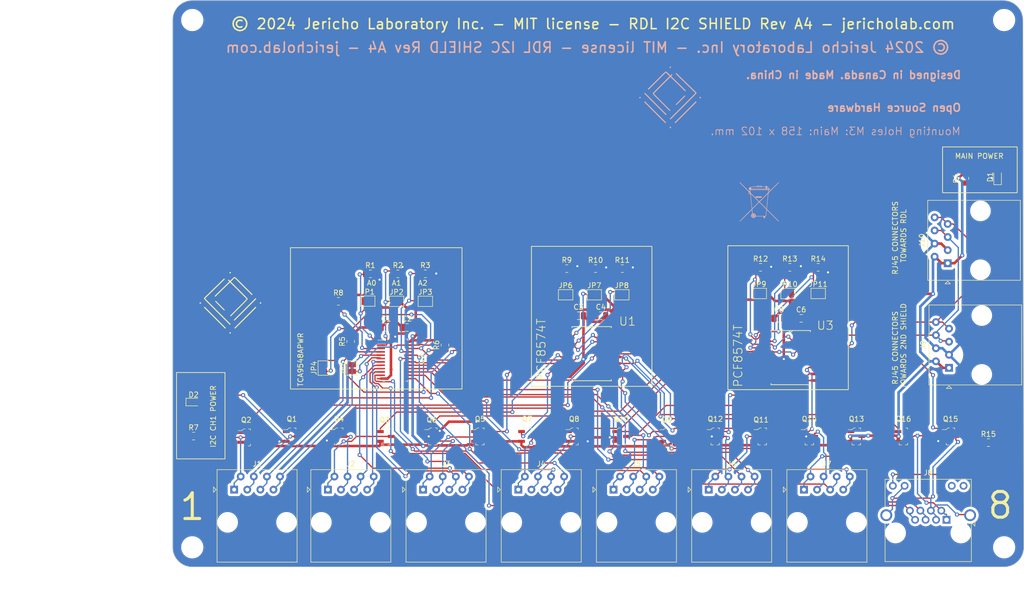
<source format=kicad_pcb>
(kicad_pcb (version 20221018) (generator pcbnew)
  (title_block (title "RDL I2C SHIELD") (date "2024-03-18") (rev "RevA4") (company "JERICHO LABORATORY INC"))
  (layers (0 "F.Cu" signal) (31 "B.Cu" signal) (34 "B.Paste" user) (35 "F.Paste" user) (36 "B.SilkS" user "B.Silkscreen") (37 "F.SilkS" user "F.Silkscreen") (38 "B.Mask" user) (39 "F.Mask" user) (44 "Edge.Cuts" user))
  (net 0 "")
  (net 1 "/RESET")
  (net 2 "/0SDA")
  (net 3 "/0SCL")
  (net 4 "/1SDA")
  (net 5 "/1SCL")
  (net 6 "/2SDA")
  (net 7 "/2SCL")
  (net 8 "/3SDA")
  (net 9 "/3SCL")
  (net 10 "GND")
  (net 11 "/4SDA")
  (net 12 "/4SCL")
  (net 13 "/5SDA")
  (net 14 "/5SCL")
  (net 15 "/6SDA")
  (net 16 "/6SCL")
  (net 17 "/7SDA")
  (net 18 "/7SCL")
  (net 19 "/INPUTSDA")
  (net 20 "/INPUTSCL")
  (net 21 "VCC")
  (net 22 "/0GND")
  (net 23 "Net-(D1-A)")
  (net 24 "/0VCC")
  (net 25 "/1GND")
  (net 26 "/1VCC")
  (net 27 "/2GND")
  (net 28 "/2VCC")
  (net 29 "/3GND")
  (net 30 "/3VCC")
  (net 31 "/4GND")
  (net 32 "/4VCC")
  (net 33 "/5GND")
  (net 34 "/5VCC")
  (net 35 "/6GND")
  (net 36 "/6VCC")
  (net 37 "/7GND")
  (net 38 "/7VCC")
  (net 39 "/mosfet3")
  (net 40 "/mosfet4")
  (net 41 "/mosfet5")
  (net 42 "/mosfet0")
  (net 43 "/mosfet6")
  (net 44 "/mosfet1")
  (net 45 "/mosfet7")
  (net 46 "/mosfet2")
  (net 47 "/TCA_A0")
  (net 48 "/TCA_A1")
  (net 49 "/TCA_A2")
  (net 50 "Net-(D2-A)")
  (net 51 "Net-(JP4-B)")
  (net 52 "/PCF1_A0")
  (net 53 "/PCF1_A1")
  (net 54 "/PCF1_A2")
  (net 55 "/PCF2_A0")
  (net 56 "/PCF2_A1")
  (net 57 "/PCF2_A2")
  (net 58 "/mosfet10")
  (net 59 "/mosfet11")
  (net 60 "/mosfet12")
  (net 61 "/mosfet13")
  (net 62 "/mosfet14")
  (net 63 "/mosfet15")
  (net 64 "/mosfet16")
  (net 65 "/mosfet17")
  (net 66 "Net-(JP5-B)")
  (net 71 "Net-(J8-Pad12)")
  (footprint "digikey-footprints:SOT-23-3" (layer "F.Cu") (at 137.5664 109.032)
    (fp_text reference "Q7")
    (fp_text value "AO3401A")
  )
  (footprint "Resistor_SMD:R_0805_2012Metric" (layer "F.Cu") (at 156.0595 76.454)
    (fp_text reference "R11")
    (fp_text value "20k")
  )
  (footprint "Connector_RJ:RJ45_Amphenol_54602-x08_Horizontal" (layer "F.Cu") (at 117.4198 119.36)
    (fp_text reference "J3")
    (fp_text value "RJ45")
  )
  (footprint "Connector_RJ:RJ45_Amphenol_54602-x08_Horizontal" (layer "F.Cu") (at 154.3586 119.36)
    (fp_text reference "J5")
    (fp_text value "RJ45")
  )
  (footprint "digikey-footprints:SOT-23-3" (layer "F.Cu") (at 110.1852 109.032)
    (fp_text reference "Q3")
    (fp_text value "AO3401A")
  )
  (footprint "Resistor_SMD:R_0805_2012Metric" (layer "F.Cu") (at 227.076 110.236)
    (fp_text reference "R15")
    (fp_text value "10K")
  )
  (footprint "Resistor_SMD:R_0805_2012Metric" (layer "F.Cu") (at 194.056 76.2)
    (fp_text reference "R14")
    (fp_text value "20k")
  )
  (footprint "Jumper:SolderJumper-2_P1.3mm_Open_Pad1.0x1.5mm" (layer "F.Cu") (at 194.056 81.28)
    (fp_text reference "JP11")
    (fp_text value "Jumper_2_Bridged")
  )
  (footprint "MountingHole:MountingHole_3.5mm" (layer "F.Cu") (at 72.644 130.556)
    (fp_text reference "H4" hide)
    (fp_text value "MountingHole_3.5mm" hide)
  )
  (footprint "Resistor_SMD:R_0805_2012Metric" (layer "F.Cu") (at 100.9885 82.804)
    (fp_text reference "R8")
    (fp_text value "100K")
  )
  (footprint "custom_KiCAD_footprints:jericho-logo-kicad" (layer "F.Cu") (at 80.01 83.058)
    (fp_text reference "G1" hide)
    (fp_text value "LOGO" hide)
  )
  (footprint "digikey-footprints:SOT-23-3" (layer "F.Cu") (at 164.9476 109.032)
    (fp_text reference "Q9")
    (fp_text value "AO3401A")
  )
  (footprint "Resistor_SMD:R_0805_2012Metric" (layer "F.Cu") (at 182.88 76.2)
    (fp_text reference "R12")
    (fp_text value "20k")
  )
  (footprint "Jumper:SolderJumper-2_P1.3mm_Open_Pad1.0x1.5mm" (layer "F.Cu") (at 106.68 82.767)
    (fp_text reference "JP1")
    (fp_text value "Jumper_2_Bridged")
  )
  (footprint "Connector_RJ:RJ45_Amphenol_54602-x08_Horizontal" (layer "F.Cu") (at 219.182 75.4025 90)
    (fp_text reference "J10")
    (fp_text value "RJ45")
  )
  (footprint "digikey-footprints:SOT-23-3" (layer "F.Cu") (at 83.092 109.22)
    (fp_text reference "Q2")
    (fp_text value "AO3401A")
  )
  (footprint "Resistor_SMD:R_0805_2012Metric" (layer "F.Cu") (at 103.378 90.603 90)
    (fp_text reference "R5")
    (fp_text value "10K")
  )
  (footprint "digikey-footprints:SOT-23-3" (layer "F.Cu") (at 146.6935 109.032)
    (fp_text reference "Q8")
    (fp_text value "AO3406")
  )
  (footprint "digikey-footprints:SOT-23-3" (layer "F.Cu") (at 155.8205 109.032)
    (fp_text reference "Q10")
    (fp_text value "AO3406")
  )
  (footprint "Resistor_SMD:R_0805_2012Metric" (layer "F.Cu") (at 107.188 77.47)
    (fp_text reference "R1")
    (fp_text value "20k")
  )
  (footprint "Resistor_SMD:R_0805_2012Metric" (layer "F.Cu") (at 121.666 91.2895 90)
    (fp_text reference "R6")
    (fp_text value "10K")
  )
  (footprint "digikey-footprints:SOT-23-3" (layer "F.Cu") (at 183.2017 109.032)
    (fp_text reference "Q11")
    (fp_text value "AO3401A")
  )
  (footprint "Capacitor_SMD:C_0805_2012Metric" (layer "F.Cu") (at 186.436 86.106)
    (fp_text reference "C5")
    (fp_text value "10uF")
  )
  (footprint "digikey-footprints:SOT-23-3" (layer "F.Cu") (at 128.4393 109.032)
    (fp_text reference "Q5")
    (fp_text value "AO3401A")
  )
  (footprint "Jumper:SolderJumper-2_P1.3mm_Open_Pad1.0x1.5mm" (layer "F.Cu") (at 112.268 82.804)
    (fp_text reference "JP2")
    (fp_text value "Jumper_2_Bridged")
  )
  (footprint "Connector_RJ:RJ45_Amphenol_54602-x08_Horizontal" (layer "F.Cu") (at 135.8892 119.36)
    (fp_text reference "J4")
    (fp_text value "RJ45")
  )
  (footprint "Resistor_SMD:R_0805_2012Metric" (layer "F.Cu") (at 145.288 76.454)
    (fp_text reference "R9")
    (fp_text value "20k")
  )
  (footprint "PCF8574T:SOIC127P1032X265-16N" (layer "F.Cu") (at 150.114 92.964)
    (fp_text reference "U1")
    (fp_text value "PCF8574T")
  )
  (footprint "Connector_RJ:RJ45_Amphenol_RJHSE538X" (layer "F.Cu") (at 218.954 125.218 180)
    (fp_text reference "J8")
    (fp_text value "8P8C_LED" hide)
  )
  (footprint "Diode_SMD:D_0603_1608Metric" (layer "F.Cu") (at 228.854 58.674 90)
    (fp_text reference "D1")
    (fp_text value "RED")
  )
  (footprint "Connector_RJ:RJ45_Amphenol_54602-x08_Horizontal" (layer "F.Cu") (at 172.8281 119.36)
    (fp_text reference "J6")
    (fp_text value "RJ45")
  )
  (footprint "Jumper:SolderJumper-2_P1.3mm_Open_Pad1.0x1.5mm" (layer "F.Cu") (at 145.071 81.534)
    (fp_text reference "JP6")
    (fp_text value "Jumper_2_Bridged")
  )
  (footprint "digikey-footprints:SOT-23-3" (layer "F.Cu") (at 192.3288 109.032)
    (fp_text reference "Q14")
    (fp_text value "AO3406")
  )
  (footprint "Resistor_SMD:R_0805_2012Metric" (layer "F.Cu") (at 150.876 76.454)
    (fp_text reference "R10")
    (fp_text value "20k")
  )
  (footprint "Connector_RJ:RJ45_Amphenol_54602-x08_Horizontal" (layer "F.Cu") (at 191.2975 119.36)
    (fp_text reference "J7")
    (fp_text value "RJ45")
  )
  (footprint "PCF8574T:SOIC127P1032X265-16N" (layer "F.Cu") (at 188.722 93.726)
    (fp_text reference "U3")
    (fp_text value "PCF8574T")
  )
  (footprint "digikey-footprints:SOT-23-3" (layer "F.Cu") (at 101.0581 109.032)
    (fp_text reference "Q4")
    (fp_text value "AO3406")
  )
  (footprint "custom_KiCAD_footprints:SolderJumper-2_P1.3mm_Bridged_Pad1.0x1.5mm-Edited" (layer "F.Cu") (at 188.214 81.28)
    (fp_text reference "JP10")
    (fp_text value "Jumper_2_Bridged" hide)
  )
  (footprint "digikey-footprints:SOT-23-3" (layer "F.Cu") (at 119.3123 109.032)
    (fp_text reference "Q6")
    (fp_text value "AO3406")
  )
  (footprint "digikey-footprints:SOT-23-3" (layer "F.Cu") (at 210.5829 109.032)
    (fp_text reference "Q16")
    (fp_text value "AO3401A")
  )
  (footprint "Capacitor_SMD:C_0805_2012Metric" (layer "F.Cu") (at 147.574 85.598)
    (fp_text reference "C3")
    (fp_text value "0.1uF")
  )
  (footprint "Resistor_SMD:R_0805_2012Metric" (layer "F.Cu") (at 117.856 77.47)
    (fp_text reference "R3")
    (fp_text value "20k")
  )
  (footprint "Capacitor_SMD:C_0805_2012Metric" (layer "F.Cu") (at 110.236 87.884)
    (fp_text reference "C1")
    (fp_text value "10uF")
  )
  (footprint "Resistor_SMD:R_0805_2012Metric" (layer "F.Cu") (at 72.898 108.966)
    (fp_text reference "R7")
    (fp_text value "10K")
  )
  (footprint "Resistor_SMD:R_0805_2012Metric" (layer "F.Cu") (at 188.56 76.2)
    (fp_text reference "R13")
    (fp_text value "20k")
  )
  (footprint "digikey-footprints:SOT-23-3" (layer "F.Cu") (at 91.9311 109.032)
    (fp_text reference "Q1")
    (fp_text value "AO3406")
  )
  (footprint "Resistor_SMD:R_0805_2012Metric" (layer "F.Cu") (at 222.504 58.928 90)
    (fp_text reference "R4")
    (fp_text value "10K")
  )
  (footprint "MountingHole:MountingHole_3.5mm" (layer "F.Cu") (at 230.124 28.194)
    (fp_text reference "H2" hide)
    (fp_text value "MountingHole_3.5mm" hide)
  )
  (footprint "digikey-footprints:SOT-23-3" (layer "F.Cu") (at 219.71 109.032)
    (fp_text reference "Q15")
    (fp_text value "AO3406")
  )
  (footprint "Jumper:SolderJumper-2_P1.3mm_Bridged_Pad1.0x1.5mm" (layer "F.Cu") (at 98.044 95.758 90)
    (fp_text reference "JP4")
    (fp_text value "Jumper_2_Bridged" hide)
  )
  (footprint "Connector_RJ:RJ45_Amphenol_54602-x08_Horizontal" (layer "F.Cu") (at 80.7712 119.36)
    (fp_text reference "J1")
    (fp_text value "RJ45")
  )
  (footprint "custom_KiCAD_footprints:SolderJumper-2_P1.3mm_Bridged_Pad1.0x1.5mm-Edited" (layer "F.Cu") (at 150.622 81.534)
    (fp_text reference "JP7")
    (fp_text value "Jumper_2_Bridged" hide)
  )
  (footprint "Connector_RJ:RJ45_Amphenol_54602-x08_Horizontal" (layer "F.Cu") (at 219.436 95.7225 90)
    (fp_text reference "J9")
    (fp_text value "RJ45")
  )
  (footprint "Capacitor_SMD:C_0805_2012Metric" (layer "F.Cu") (at 190.754 86.106)
    (fp_text reference "C6")
    (fp_text value "0.1uF")
  )
  (footprint "digikey-footprints:SOT-23-3" (layer "F.Cu") (at 201.4559 109.032)
    (fp_text reference "Q13")
    (fp_text value "AO3401A")
  )
  (footprint "Diode_SMD:D_0603_1608Metric" (layer "F.Cu") (at 72.898 102.362)
    (fp_text reference "D2")
    (fp_text value "RED")
  )
  (footprint "Resistor_SMD:R_0805_2012Metric" (layer "F.Cu") (at 112.522 77.47)
    (fp_text reference "R2")
    (fp_text value "20k")
  )
  (footprint "Jumper:SolderJumper-2_P1.3mm_Bridged_Pad1.0x1.5mm" (layer "F.Cu") (at 103.632 95.758 90)
    (fp_text reference "JP5")
    (fp_text value "Jumper_2_Bridged" hide)
  )
  (footprint "MountingHole:MountingHole_3.5mm" (layer "F.Cu") (at 230.124 130.556)
    (fp_text reference "H3" hide)
    (fp_text value "MountingHole_3.5mm" hide)
  )
  (footprint "Capacitor_SMD:C_0805_2012Metric" (layer "F.Cu") (at 151.892 85.598)
    (fp_text reference "C4")
    (fp_text value "0.1uF")
  )
  (footprint "digikey-footprints:SOT-23-3" (layer "F.Cu") (at 174.0747 109.032)
    (fp_text reference "Q12")
    (fp_text value "AO3406")
  )
  (footprint "Connector_RJ:RJ45_Amphenol_54602-x08_Horizontal" (layer "F.Cu") (at 98.9503 119.36)
    (fp_text reference "J2")
    (fp_text value "RJ45")
  )
  (footprint "digikey-footprints:TSSOP-24_W4.40mm" (layer "F.Cu") (at 112.014 94.234 -90)
    (fp_text reference "U2")
    (fp_text value " TCA9548APWR")
  )
  (footprint "Capacitor_SMD:C_0805_2012Metric" (layer "F.Cu") (at 114.3 87.884)
    (fp_text reference "C2")
    (fp_text value "10uF")
  )
  (footprint "Jumper:SolderJumper-2_P1.3mm_Open_Pad1.0x1.5mm" (layer "F.Cu") (at 117.856 82.804)
    (fp_text reference "JP3")
    (fp_text value "Jumper_2_Bridged")
  )
  (footprint "Jumper:SolderJumper-2_P1.3mm_Open_Pad1.0x1.5mm" (layer "F.Cu") (at 155.956 81.534)
    (fp_text reference "JP8")
    (fp_text value "Jumper_2_Bridged")
  )
  (footprint "custom_KiCAD_footprints:SolderJumper-2_P1.3mm_Bridged_Pad1.0x1.5mm-Edited" (layer "F.Cu") (at 182.626 81.28)
    (fp_text reference "JP9")
    (fp_text value "Jumper_2_Bridged" hide)
  )
  (footprint "MountingHole:MountingHole_3.5mm" (layer "F.Cu") (at 72.644 28.194)
    (fp_text reference "H1" hide)
    (fp_text value "MountingHole_3.5mm" hide)
  )
  (footprint "custom_KiCAD_footprints:jericho-logo-kicad" (layer "B.Cu") (at 165.354 43.18 180)
    (fp_text reference "G2" hide)
    (fp_text value "LOGO" hide)
  )
  (footprint "custom_KiCAD_footprints:Do not throw to garbage logo WEEE2" (layer "B.Cu") (at 182.626 63.5 180)
    (fp_text reference "G3" hide)
    (fp_text value "LOGO" hide)
  )
  (gr_rect (start 218.186 52.832) (end 232.664 61.722) (stroke (width 0.15)) (fill none) (layer "F.SilkS"))
  (gr_rect (start 69.596 96.6235) (end 78.994 113.3875) (stroke (width 0.15)) (fill none) (layer "F.SilkS"))
  (gr_rect (start 176.53 72.009) (end 199.898 99.949) (stroke (width 0.15)) (fill none) (layer "F.SilkS"))
  (gr_rect (start 138.43 72.136) (end 161.798 99.314) (stroke (width 0.15)) (fill none) (layer "F.SilkS"))
  (gr_rect (start 91.694 72.39) (end 124.968 99.822) (stroke (width 0.15)) (fill none) (layer "F.SilkS"))
  (gr_line (start 68.834 28.194) (end 68.834 130.556) (stroke (width 0.1)) (layer "Edge.Cuts"))
  (gr_line (start 72.644 134.366) (end 230.124 134.366) (stroke (width 0.1)) (layer "Edge.Cuts"))
  (gr_arc (start 229.969923 24.384) (mid 232.664 25.499923) (end 233.779923 28.194) (stroke (width 0.1)) (layer "Edge.Cuts"))
  (gr_arc (start 68.834 28.194) (mid 69.949923 25.499923) (end 72.644 24.384) (stroke (width 0.1)) (layer "Edge.Cuts"))
  (gr_arc (start 72.644 134.366) (mid 69.949923 133.250077) (end 68.834 130.556) (stroke (width 0.1)) (layer "Edge.Cuts"))
  (gr_line (start 229.969923 24.384) (end 72.644 24.384) (stroke (width 0.1)) (layer "Edge.Cuts"))
  (gr_line (start 233.934 130.556) (end 233.779923 28.194) (stroke (width 0.1)) (layer "Edge.Cuts"))
  (gr_arc (start 233.934 130.556) (mid 232.818077 133.250077) (end 230.124 134.366) (stroke (width 0.1)) (layer "Edge.Cuts"))
  (gr_text "© 2024 Jericho Laboratory Inc. - MIT license - RDL I2C SHIELD Rev A4 - jericholab.com" (at 149.352 33.528) (layer "B.SilkS") (effects (font (size 2 2) (thickness 0.3)) (justify mirror)))
  (gr_text "Open Source Hardware" (at 208.788 45.212) (layer "B.SilkS") (effects (font (size 1.5 1.5) (thickness 0.3)) (justify mirror)))
  (gr_text "Designed in Canada. Made in China." (at 200.914 38.862) (layer "B.SilkS") (effects (font (size 1.5 1.5) (thickness 0.3)) (justify mirror)))
  (gr_text "Mounting Holes M3: Main: 158 x 102 mm. \n" (at 196.85 49.784) (layer "B.SilkS") (effects (font (size 1.5 1.5)) (justify mirror)))
  (gr_text "MAIN POWER" (at 225.298 54.61) (layer "F.SilkS") (effects (font (size 1 1))))
  (gr_text "A0" (at 107.442 79.248) (layer "F.SilkS") (effects (font (size 1 1))))
  (gr_text "A2" (at 117.348 79.248) (layer "F.SilkS") (effects (font (size 1 1))))
  (gr_text "RJ45 CONNECTORS \nTOWARDS RDL" (at 209.804 70.104 90) (layer "F.SilkS") (effects (font (size 1 1))))
  (gr_text "8" (at 229.362 122.428) (layer "F.SilkS") (effects (font (size 5 5) (thickness 0.6))))
  (gr_text "© 2024 Jericho Laboratory Inc. - MIT license - RDL I2C SHIELD Rev A4 - jericholab.com" (at 150.368 28.956) (layer "F.SilkS") (effects (font (size 2 2) (thickness 0.3))))
  (gr_text "1" (at 72.644 122.682) (layer "F.SilkS") (effects (font (size 5 5) (thickness 0.6))))
  (gr_text "I2C CH1 POWER" (at 76.708 105.156 90) (layer "F.SilkS") (effects (font (size 1 1))))
  (gr_text "A1" (at 112.268 79.248) (layer "F.SilkS") (effects (font (size 1 1))))
  (gr_text "RJ45 CONNECTORS \nTOWARDS 2ND SHIELD" (at 209.804 91.44 90) (layer "F.SilkS") (effects (font (size 1 1))))
  (segment (start 102.1883 85.3749) (end 100.076 83.2626) (width 0.25) (layer "F.Cu") (net 1))
  (segment (start 100.076 83.2626) (end 100.076 82.804) (width 0.25) (layer "F.Cu") (net 1))
  (segment (start 109.214 91.959) (end 108.0871 91.959) (width 0.25) (layer "F.Cu") (net 1))
  (segment (start 108.0649 91.9812) (end 105.7353 91.9812) (width 0.25) (layer "F.Cu") (net 1))
  (segment (start 105.7353 91.9812) (end 105.586 91.8319) (width 0.25) (layer "F.Cu") (net 1))
  (segment (start 108.0871 91.959) (end 108.0649 91.9812) (width 0.25) (layer "F.Cu") (net 1))
  (via (at 102.1883 85.3749) (size 0.8) (drill 0.4) (layers "F.Cu" "B.Cu") (net 1))
  (via (at 105.586 91.8319) (size 0.8) (drill 0.4) (layers "F.Cu" "B.Cu") (net 1))
  (segment (start 105.586 91.8319) (end 105.586 88.7726) (width 0.25) (layer "B.Cu") (net 1))
  (segment (start 105.586 88.7726) (end 102.1883 85.3749) (width 0.25) (layer "B.Cu") (net 1))
  (segment (start 109.214 92.609) (end 103.8028 92.609) (width 0.25) (layer "F.Cu") (net 2))
  (segment (start 103.8028 92.609) (end 101.8702 94.5416) (width 0.25) (layer "F.Cu") (net 2))
  (via (at 101.8702 94.5416) (size 0.8) (drill 0.4) (layers "F.Cu" "B.Cu") (net 2))
  (segment (start 101.8702 102.071) (end 87.1212 116.82) (width 0.25) (layer "B.Cu") (net 2))
  (segment (start 87.1212 116.82) (end 87.1212 118.09) (width 0.25) (layer "B.Cu") (net 2))
  (segment (start 101.8702 94.5416) (end 101.8702 102.071) (width 0.25) (layer "B.Cu") (net 2))
  (segment (start 87.1212 118.09) (end 85.8512 119.36) (width 0.25) (layer "B.Cu") (net 2))
  (segment (start 108.0871 93.259) (end 105.5584 93.259) (width 0.25) (layer "F.Cu") (net 3))
  (segment (start 109.214 93.259) (end 108.0871 93.259) (width 0.25) (layer "F.Cu") (net 3))
  (segment (start 105.5584 93.259) (end 105.3792 93.4382) (width 0.25) (layer "F.Cu") (net 3))
  (via (at 105.3792 93.4382) (size 0.8) (drill 0.4) (layers "F.Cu" "B.Cu") (net 3))
  (segment (start 89.6612 118.09) (end 88.3912 119.36) (width 0.25) (layer "B.Cu") (net 3))
  (segment (start 105.3792 93.4382) (end 103.6531 95.1643) (width 0.25) (layer "B.Cu") (net 3))
  (segment (start 89.6612 116.82) (end 89.6612 118.09) (width 0.25) (layer "B.Cu") (net 3))
  (segment (start 103.6531 102.8281) (end 89.6612 116.82) (width 0.25) (layer "B.Cu") (net 3))
  (segment (start 103.6531 95.1643) (end 103.6531 102.8281) (width 0.25) (layer "B.Cu") (net 3))
  (segment (start 109.0618 93.7568) (end 107.5028 93.7568) (width 0.25) (layer "F.Cu") (net 4))
  (segment (start 106.4808 94.7788) (end 106.4808 94.9955) (width 0.25) (layer "F.Cu") (net 4))
  (segment (start 107.5028 93.7568) (end 106.4808 94.7788) (width 0.25) (layer "F.Cu") (net 4))
  (segment (start 109.214 93.909) (end 109.0618 93.7568) (width 0.25) (layer "F.Cu") (net 4))
  (via (at 106.4808 94.9955) (size 0.8) (drill 0.4) (layers "F.Cu" "B.Cu") (net 4))
  (segment (start 106.5169 95.0316) (end 106.5169 115.6034) (width 0.25) (layer "B.Cu") (net 4))
  (segment (start 104.0303 119.36) (end 105.3003 118.09) (width 0.25) (layer "B.Cu") (net 4))
  (segment (start 105.3003 118.09) (end 105.3003 116.82) (width 0.25) (layer "B.Cu") (net 4))
  (segment (start 106.4808 94.9955) (end 106.5169 95.0316) (width 0.25) (layer "B.Cu") (net 4))
  (segment (start 106.5169 115.6034) (end 105.3003 116.82) (width 0.25) (layer "B.Cu") (net 4))
  (segment (start 107.795 94.559) (end 107.7715 94.5355) (width 0.25) (layer "F.Cu") (net 5))
  (segment (start 109.214 94.559) (end 107.795 94.559) (width 0.25) (layer "F.Cu") (net 5))
  (via (at 107.7715 94.5355) (size 0.8) (drill 0.4) (layers "F.Cu" "B.Cu") (net 5))
  (segment (start 107.7715 94.5355) (end 107.6235 94.6835) (width 0.25) (layer "B.Cu") (net 5))
  (segment (start 107.6235 116.6032) (end 107.8403 116.82) (width 0.25) (layer "B.Cu") (net 5))
  (segment (start 107.6235 94.6835) (end 107.6235 116.6032) (width 0.25) (layer "B.Cu") (net 5))
  (segment (start 107.8403 118.09) (end 107.8403 116.82) (width 0.25) (layer "B.Cu") (net 5))
  (segment (start 106.5703 119.36) (end 107.8403 118.09) (width 0.25) (layer "B.Cu") (net 5))
  (segment (start 105.7899 97.4197) (end 107.9472 95.2624) (width 0.25) (layer "F.Cu") (net 6))
  (segment (start 105.7899 97.5467) (end 105.7899 97.4197) (width 0.25) (layer "F.Cu") (net 6))
  (segment (start 107.6855 115.1986) (end 122.595 115.1986) (width 0.25) (layer "F.Cu") (net 6))
  (segment (start 107.9472 95.2624) (end 109.1606 95.2624) (width 0.25) (layer "F.Cu") (net 6))
  (segment (start 109.1606 95.2624) (end 109.214 95.209) (width 0.25) (layer "F.Cu") (net 6))
  (segment (start 105.1173 112.6304) (end 107.6855 115.1986) (width 0.25) (layer "F.Cu") (net 6))
  (via (at 105.1173 112.6304) (size 0.8) (drill 0.4) (layers "F.Cu" "B.Cu") (net 6))
  (via (at 105.7899 97.5467) (size 0.8) (drill 0.4) (layers "F.Cu" "B.Cu") (net 6))
  (via (at 122.595 115.1986) (size 0.8) (drill 0.4) (layers "F.Cu" "B.Cu") (net 6))
  (segment (start 122.595 115.1986) (end 122.595 115.6452) (width 0.25) (layer "B.Cu") (net 6))
  (segment (start 105.1173 112.6304) (end 105.1173 98.2193) (width 0.25) (layer "B.Cu") (net 6))
  (segment (start 105.1173 98.2193) (end 105.7899 97.5467) (width 0.25) (layer "B.Cu") (net 6))
  (segment (start 122.595 115.6452) (end 123.7698 116.82) (width 0.25) (layer "B.Cu") (net 6))
  (segment (start 123.7698 118.09) (end 123.7698 116.82) (width 0.25) (layer "B.Cu") (net 6))
  (segment (start 122.4998 119.36) (end 123.7698 118.09) (width 0.25) (layer "B.Cu") (net 6))
  (segment (start 107.1371 98.4656) (end 107.1371 96.7871) (width 0.25) (layer "F.Cu") (net 7))
  (segment (start 123.0899 115.7317) (end 125.2215 115.7317) (width 0.25) (layer "F.Cu") (net 7))
  (segment (start 125.2215 115.7317) (end 126.3098 116.82) (width 0.25) (layer "F.Cu") (net 7))
  (segment (start 107.1371 96.7871) (end 108.0652 95.859) (width 0.25) (layer "F.Cu") (net 7))
  (segment (start 122.294 115.9255) (end 122.8961 115.9255) (width 0.25) (layer "F.Cu") (net 7))
  (segment (start 113.9957 116.758) (end 115.022 115.7317) (width 0.25) (layer "F.Cu") (net 7))
  (segment (start 108.4142 99.5113) (end 108.1828 99.5113) (width 0.25) (layer "F.Cu") (net 7))
  (segment (start 122.8961 115.9255) (end 123.0899 115.7317) (width 0.25) (layer "F.Cu") (net 7))
  (segment (start 108.0652 95.859) (end 109.214 95.859) (width 0.25) (layer "F.Cu") (net 7))
  (segment (start 108.1828 99.5113) (end 107.1371 98.4656) (width 0.25) (layer "F.Cu") (net 7))
  (segment (start 115.022 115.7317) (end 122.1002 115.7317) (width 0.25) (layer "F.Cu") (net 7))
  (segment (start 122.1002 115.7317) (end 122.294 115.9255) (width 0.25) (layer "F.Cu") (net 7))
  (via (at 108.4142 99.5113) (size 0.8) (drill 0.4) (layers "F.Cu" "B.Cu") (net 7))
  (via (at 113.9957 116.758) (size 0.8) (drill 0.4) (layers "F.Cu" "B.Cu") (net 7))
  (segment (start 126.3098 118.09) (end 126.3098 116.82) (width 0.25) (layer "B.Cu") (net 7))
  (segment (start 125.0398 119.36) (end 126.3098 118.09) (width 0.25) (layer "B.Cu") (net 7))
  (segment (start 108.4142 111.1765) (end 108.4142 99.5113) (width 0.25) (layer "B.Cu") (net 7))
  (segment (start 113.9957 116.758) (end 108.4142 111.1765) (width 0.25) (layer "B.Cu") (net 7))
  (segment (start 111.6064 112.3368) (end 111.156 111.8864) (width 0.25) (layer "F.Cu") (net 8))
  (segment (start 109.214 96.509) (end 108.0871 96.509) (width 0.25) (layer "F.Cu") (net 8))
  (segment (start 142.6913 115.4603) (end 142.6913 115.4602) (width 0.25) (layer "F.Cu") (net 8))
  (segment (start 107.6352 98.2816) (end 107.6352 96.9609) (width 0.25) (layer "F.Cu") (net 8))
  (segment (start 107.6352 96.9609) (end 108.0871 96.509) (width 0.25) (layer "F.Cu") (net 8))
  (segment (start 108.138 98.7844) (end 107.6352 98.2816) (width 0.25) (layer "F.Cu") (net 8))
  (segment (start 128.7182 115.4602) (end 125.5948 112.3368) (width 0.25) (layer "F.Cu") (net 8))
  (segment (start 111.1064 99.6776) (end 109.6085 99.6776) (width 0.25) (layer "F.Cu") (net 8))
  (segment (start 142.6913 115.4602) (end 128.7182 115.4602) (width 0.25) (layer "F.Cu") (net 8))
  (segment (start 108.7153 98.7844) (end 108.138 98.7844) (width 0.25) (layer "F.Cu") (net 8))
  (segment (start 109.6085 99.6776) (end 108.7153 98.7844) (width 0.25) (layer "F.Cu") (net 8))
  (segment (start 125.5948 112.3368) (end 111.6064 112.3368) (width 0.25) (layer "F.Cu") (net 8))
  (via (at 111.1064 99.6776) (size 0.8) (drill 0.4) (layers "F.Cu" "B.Cu") (net 8))
  (via (at 142.6913 115.4603) (size 0.8) (drill 0.4) (layers "F.Cu" "B.Cu") (net 8))
  (via (at 111.156 111.8864) (size 0.8) (drill 0.4) (layers "F.Cu" "B.Cu") (net 8))
  (segment (start 111.156 99.7272) (end 111.1064 99.6776) (width 0.25) (layer "B.Cu") (net 8))
  (segment (start 140.9692 119.36) (end 142.2392 118.09) (width 0.25) (layer "B.Cu") (net 8))
  (segment (start 142.2392 118.09) (end 142.2392 116.82) (width 0.25) (layer "B.Cu") (net 8))
  (segment (start 142.2392 115.9124) (end 142.6913 115.4603) (width 0.25) (layer "B.Cu") (net 8))
  (segment (start 111.156 111.8864) (end 111.156 99.7272) (width 0.25) (layer "B.Cu") (net 8))
  (segment (start 142.2392 116.82) (end 142.2392 115.9124) (width 0.25) (layer "B.Cu") (net 8))
  (segment (start 128.0843 114.1872) (end 125.782 111.8849) (width 0.25) (layer "F.Cu") (net 9))
  (segment (start 111.464 98.4132) (end 108.9832 98.4132) (width 0.25) (layer "F.Cu") (net 9))
  (segment (start 125.782 111.8849) (end 115.8119 111.8849) (width 0.25) (layer "F.Cu") (net 9))
  (segment (start 111.5551 98.3221) (end 111.464 98.4132) (width 0.25) (layer "F.Cu") (net 9))
  (segment (start 142.9109 114.1872) (end 128.0843 114.1872) (width 0.25) (layer "F.Cu") (net 9))
  (segment (start 115.8119 111.8849) (end 115.414 111.487) (width 0.25) (layer "F.Cu") (net 9))
  (segment (start 108.0871 98.0944) (end 108.0871 97.159) (width 0.25) (layer "F.Cu") (net 9))
  (segment (start 108.9832 98.4132) (end 108.9025 98.3325) (width 0.25) (layer "F.Cu") (net 9))
  (segment (start 109.214 97.159) (end 108.0871 97.159) (width 0.25) (layer "F.Cu") (net 9))
  (segment (start 108.3252 98.3325) (end 108.0871 98.0944) (width 0.25) (layer "F.Cu") (net 9))
  (segment (start 108.9025 98.3325) (end 108.3252 98.3325) (width 0.25) (layer "F.Cu") (net 9))
  (via (at 115.414 111.487) (size 0.8) (drill 0.4) (layers "F.Cu" "B.Cu") (net 9))
  (via (at 111.5551 98.3221) (size 0.8) (drill 0.4) (layers "F.Cu" "B.Cu") (net 9))
  (via (at 142.9109 114.1872) (size 0.8) (drill 0.4) (layers "F.Cu" "B.Cu") (net 9))
  (segment (start 111.5551 98.3221) (end 111.8814 98.6484) (width 0.25) (layer "B.Cu") (net 9))
  (segment (start 143.5092 119.36) (end 144.7792 118.09) (width 0.25) (layer "B.Cu") (net 9))
  (segment (start 111.8814 98.6484) (end 111.8814 107.9544) (width 0.25) (layer "B.Cu") (net 9))
  (segment (start 111.8814 107.9544) (end 115.414 111.487) (width 0.25) (layer "B.Cu") (net 9))
  (segment (start 144.7792 116.0555) (end 144.7792 116.82) (width 0.25) (layer "B.Cu") (net 9))
  (segment (start 142.9109 114.1872) (end 144.7792 116.0555) (width 0.25) (layer "B.Cu") (net 9))
  (segment (start 144.7792 118.09) (end 144.7792 116.82) (width 0.25) (layer "B.Cu") (net 9))
  (segment (start 191.7363 109.032) (end 191.5382 109.2301) (width 0.5) (layer "F.Cu") (net 10))
  (segment locked (start 111.186 95.946) (end 111.252 96.012) (width 0.5) (layer "F.Cu") (net 10))
  (segment (start 189.6956 75.9769) (end 189.4725 76.2) (width 0.5) (layer "F.Cu") (net 10))
  (segment (start 184.9341 76.0966) (end 183.8959 76.0966) (width 0.5) (layer "F.Cu") (net 10))
  (segment (start 118.8315 77.407) (end 118.7685 77.47) (width 0.5) (layer "F.Cu") (net 10))
  (segment (start 98.7455 109.8213) (end 98.9062 109.982) (width 0.5) (layer "F.Cu") (net 10))
  (segment locked (start 148.524 85.598) (end 149.699 86.773) (width 0.5) (layer "F.Cu") (net 10))
  (segment (start 154.7705 109.982) (end 154.7705 109.2301) (width 0.5) (layer "F.Cu") (net 10))
  (segment locked (start 111.186 96.078) (end 111.186 97.137) (width 0.5) (layer "F.Cu") (net 10))
  (segment (start 218.66 109.982) (end 217.5581 109.982) (width 0.5) (layer "F.Cu") (net 10))
  (segment (start 228.2478 58.8553) (end 228.854 59.4615) (width 0.5) (layer "F.Cu") (net 10))
  (segment locked (start 145.9738 97.409) (end 148.524 94.8588) (width 0.5) (layer "F.Cu") (net 10))
  (segment (start 89.5386 110.0062) (end 89.755 110.0062) (width 0.5) (layer "F.Cu") (net 10))
  (segment (start 152.0189 76.2236) (end 151.7885 76.454) (width 0.5) (layer "F.Cu") (net 10))
  (segment locked (start 110.514 97.809) (end 109.214 97.809) (width 0.5) (layer "F.Cu") (net 10))
  (segment (start 149.606 109.982) (end 150.3703 109.2177) (width 0.5) (layer "F.Cu") (net 10))
  (segment locked (start 187.386 86.106) (end 188.561 87.281) (width 0.5) (layer "F.Cu") (net 10))
  (segment (start 113.4345 77.47) (end 113.4345 76.1042) (width 0.5) (layer "F.Cu") (net 10))
  (segment locked (start 111.186 97.137) (end 110.514 97.809) (width 0.5) (layer "F.Cu") (net 10))
  (segment locked (start 151.667 86.773) (end 152.842 85.598) (width 0.5) (layer "F.Cu") (net 10))
  (segment (start 122.428 106.172) (end 127.762 106.172) (width 0.5) (layer "F.Cu") (net 10))
  (segment locked (start 112.361 89.059) (end 114.075 89.059) (width 0.5) (layer "F.Cu") (net 10))
  (segment locked (start 145.3388 97.409) (end 145.339 97.409) (width 0.5) (layer "F.Cu") (net 10))
  (segment locked (start 149.699 86.773) (end 151.667 86.773) (width 0.5) (layer "F.Cu") (net 10))
  (segment (start 217.912 71.5925) (end 219.182 72.8625) (width 0.5) (layer "F.Cu") (net 10))
  (segment (start 191.5382 109.2301) (end 191.2788 109.2301) (width 0.5) (layer "F.Cu") (net 10))
  (segment locked (start 111.252 96.012) (end 111.186 96.078) (width 0.5) (layer "F.Cu") (net 10))
  (segment (start 154.7581 109.2177) (end 153.6287 109.2177) (width 0.5) (layer "F.Cu") (net 10))
  (segment (start 112.014 89.406) (end 112.361 89.059) (width 0.5) (layer "F.Cu") (net 10))
  (segment (start 146.6776 75.9769) (end 146.2005 76.454) (width 0.5) (layer "F.Cu") (net 10))
  (segment (start 89.755 110.0062) (end 89.7792 109.982) (width 0.5) (layer "F.Cu") (net 10))
  (segment locked (start 111.186 87.884) (end 111.186 95.946) (width 0.5) (layer "F.Cu") (net 10))
  (segment (start 90.8811 109.982) (end 89.7792 109.982) (width 0.5) (layer "F.Cu") (net 10))
  (segment (start 119.9699 77.407) (end 118.8315 77.407) (width 0.5) (layer "F.Cu") (net 10))
  (segment locked (start 148.524 94.8588) (end 148.524 94.808) (width 0.5) (layer "F.Cu") (net 10))
  (segment locked (start 188.561 87.281) (end 190.529 87.281) (width 0.5) (layer "F.Cu") (net 10))
  (segment (start 216.642 71.5925) (end 217.912 71.5925) (width 0.5) (layer "F.Cu") (net 10))
  (segment locked (start 145.3388 97.409) (end 145.9738 97.409) (width 0.5) (layer "F.Cu") (net 10))
  (segment (start 154.7705 109.2301) (end 154.7581 109.2177) (width 0.5) (layer "F.Cu") (net 10))
  (segment (start 147.3423 75.9769) (end 146.6776 75.9769) (width 0.5) (layer "F.Cu") (net 10))
  (segment locked (start 148.524 94.808) (end 148.59 94.742) (width 0.5) (layer "F.Cu") (net 10))
  (segment (start 112.014 89.662) (end 112.014 89.406) (width 0.5) (layer "F.Cu") (net 10))
  (segment (start 183.8959 76.0966) (end 183.7925 76.2) (width 0.5) (layer "F.Cu") (net 10))
  (segment (start 145.6435 109.982) (end 149.352 109.982) (width 0.5) (layer "F.Cu") (net 10))
  (segment (start 227.76 58.8553) (end 228.2478 58.8553) (width 0.5) (layer "F.Cu") (net 10))
  (segment (start 158.0975 76.2236) (end 157.2024 76.2236) (width 0.5) (layer "F.Cu") (net 10))
  (segment (start 120.65 107.95) (end 122.428 106.172) (width 0.5) (layer "F.Cu") (net 10))
  (segment locked (start 190.529 87.281) (end 191.704 86.106) (width 0.5) (layer "F.Cu") (net 10))
  (segment locked (start 148.59 94.742) (end 148.524 94.676) (width 0.5) (layer "F.Cu") (net 10))
  (segment (start 217.3445 109.9341) (end 217.5102 109.9341) (width 0.5) (layer "F.Cu") (net 10))
  (segment (start 157.2024 76.2236) (end 156.972 76.454) (width 0.5) (layer "F.Cu") (net 10))
  (segment (start 195.9492 77.1807) (end 194.9685 76.2) (width 0.5) (layer "F.Cu") (net 10))
  (segment locked (start 114.075 89.059) (end 115.25 87.884) (width 0.5) (layer "F.Cu") (net 10))
  (segment (start 108.1005 77.7216) (end 108.1005 77.47) (width 0.5) (layer "F.Cu") (net 10))
  (segment (start 145.3388 97.409) (end 145.339 97.409) (width 0.5) (layer "F.Cu") (net 10))
  (segment (start 183.9468 98.171) (end 183.947 98.171) (width 0.5) (layer "F.Cu") (net 10))
  (segment locked (start 184.5818 98.171) (end 187.386 95.3668) (width 0.5) (layer "F.Cu") (net 10))
  (segment (start 118.2623 109.2301) (end 118.3126 109.2301) (width 0.5) (layer "F.Cu") (net 10))
  (segment locked (start 187.386 95.3668) (end 187.386 86.106) (width 0.5) (layer "F.Cu") (net 10))
  (segment (start 173.0247 109.982) (end 173.0247 109.2301) (width 0.5) (layer "F.Cu") (net 10))
  (segment (start 152.9245 76.2236) (end 152.0189 76.2236) (width 0.5) (layer "F.Cu") (net 10))
  (segment (start 118.3126 109.2301) (end 118.5107 109.032) (width 0.5) (layer "F.Cu") (net 10))
  (segment (start 173.2282 109.2301) (end 173.4247 109.0336) (width 0.5) (layer "F.Cu") (net 10))
  (segment (start 190.6913 75.9769) (end 189.6956 75.9769) (width 0.5) (layer "F.Cu") (net 10))
  (segment (start 150.3703 109.2177) (end 153.6287 109.2177) (width 0.5) (layer "F.Cu") (net 10))
  (segment locked (start 111.186 87.884) (end 112.361 89.059) (width 0.5) (layer "F.Cu") (net 10))
  (segment (start 217.5102 109.9341) (end 217.5581 109.982) (width 0.5) (layer "F.Cu") (net 10))
  (segment (start 118.2623 109.982) (end 118.2623 109.2301) (width 0.5) (layer "F.Cu") (net 10))
  (segment locked (start 148.524 94.676) (end 148.524 85.598) (width 0.5) (layer "F.Cu") (net 10))
  (segment (start 108.972 78.5931) (end 108.1005 77.7216) (width 0.5) (layer "F.Cu") (net 10))
  (segment (start 149.352 109.982) (end 149.606 109.982) (width 0.5) (layer "F.Cu") (net 10))
  (segment locked (start 183.9468 98.171) (end 184.5818 98.171) (width 0.5) (layer "F.Cu") (net 10))
  (segment (start 100.0081 109.982) (end 98.9062 109.982) (width 0.5) (layer "F.Cu") (net 10))
  (segment (start 191.2788 109.982) (end 191.2788 109.2301) (width 0.5) (layer "F.Cu") (net 10))
  (segment (start 173.0247 109.2301) (end 173.2282 109.2301) (width 0.5) (layer "F.Cu") (net 10))
  (via (at 153.6287 109.2177) (size 0.8) (drill 0.4) (layers "F.Cu" "B.Cu") (net 10))
  (via (at 227.76 58.8553) (size 0.8) (drill 0.4) (layers "F.Cu" "B.Cu") (net 10))
  (via (at 127.762 106.172) (size 0.8) (drill 0.4) (layers "F.Cu" "B.Cu") (net 10))
  (via (at 217.3445 109.9341) (size 0.8) (drill 0.4) (layers "F.Cu" "B.Cu") (net 10))
  (via (at 98.7455 109.8213) (size 0.8) (drill 0.4) (layers "F.Cu" "B.Cu") (net 10))
  (via (at 190.6913 75.9769) (size 0.8) (drill 0.4) (layers "F.Cu" "B.Cu") (net 10))
  (via (at 184.9341 76.0966) (size 0.8) (drill 0.4) (layers "F.Cu" "B.Cu") (net 10))
  (via (at 158.0975 76.2236) (size 0.8) (drill 0.4) (layers "F.Cu" "B.Cu") (net 10))
  (via (at 147.3423 75.9769) (size 0.8) (drill 0.4) (layers "F.Cu" "B.Cu") (net 10))
  (via (at 118.5107 109.032) (size 0.8) (drill 0.4) (layers "F.Cu" "B.Cu") (net 10))
  (via (at 173.4247 109.0336) (size 0.8) (drill 0.4) (layers "F.Cu" "B.Cu") (net 10))
  (via (at 113.4345 76.1042) (size 0.8) (drill 0.4) (layers "F.Cu" "B.Cu") (net 10))
  (via (at 120.65 107.95) (size 0.8) (drill 0.4) (layers "F.Cu" "B.Cu") (net 10))
  (via (at 195.9492 77.1807) (size 0.8) (drill 0.4) (layers "F.Cu" "B.Cu") (net 10))
  (via (at 112.014 89.662) (size 0.8) (drill 0.4) (layers "F.Cu" "B.Cu") (net 10))
  (via (at 152.9245 76.2236) (size 0.8) (drill 0.4) (layers "F.Cu" "B.Cu") (net 10))
  (via (at 119.9699 77.407) (size 0.8) (drill 0.4) (layers "F.Cu" "B.Cu") (net 10))
  (via (at 149.352 109.982) (size 0.8) (drill 0.4) (layers "F.Cu" "B.Cu") (net 10))
  (via (at 191.7363 109.032) (size 0.8) (drill 0.4) (layers "F.Cu" "B.Cu") (net 10))
  (via (at 148.524 94.0429) (size 0.8) (drill 0.4) (layers "F.Cu" "B.Cu") (net 10))
  (via (at 187.386 94.0095) (size 0.8) (drill 0.4) (layers "F.Cu" "B.Cu") (net 10))
  (via (at 89.5386 110.0062) (size 0.8) (drill 0.4) (layers "F.Cu" "B.Cu") (net 10))
  (via (at 108.972 78.5931) (size 0.8) (drill 0.4) (layers "F.Cu" "B.Cu") (net 10))
  (segment (start 216.896 91.9125) (end 218.166 91.9125) (width 0.5) (layer "B.Cu") (net 10))
  (segment (start 218.166 91.9125) (end 219.436 93.1825) (width 0.5) (layer "B.Cu") (net 10))
  (segment (start 160.7086 116.82) (end 159.541 115.6524) (width 0.25) (layer "F.Cu") (net 11))
  (segment (start 144.2216 112.2585) (end 127.2684 112.2585) (width 0.25) (layer "F.Cu") (net 11))
  (segment (start 114.814 97.809) (end 115.9409 97.809) (width 0.25) (layer "F.Cu") (net 11))
  (segment (start 127.2684 112.2585) (end 126.4536 111.4437) (width 0.25) (layer "F.Cu") (net 11))
  (segment (start 159.541 115.6524) (end 147.6155 115.6524) (width 0.25) (layer "F.Cu") (net 11))
  (segment (start 115.9409 97.809) (end 118.8303 100.6984) (width 0.25) (layer "F.Cu") (net 11))
  (segment (start 147.6155 115.6524) (end 144.2216 112.2585) (width 0.25) (layer "F.Cu") (net 11))
  (segment (start 118.8303 100.6984) (end 120.2908 100.6984) (width 0.25) (layer "F.Cu") (net 11))
  (via (at 120.2908 100.6984) (size 0.8) (drill 0.4) (layers "F.Cu" "B.Cu") (net 11))
  (via (at 126.4536 111.4437) (size 0.8) (drill 0.4) (layers "F.Cu" "B.Cu") (net 11))
  (segment (start 120.2908 100.6984) (end 126.4536 106.8612) (width 0.25) (layer "B.Cu") (net 11))
  (segment (start 126.4536 106.8612) (end 126.4536 111.4437) (width 0.25) (layer "B.Cu") (net 11))
  (segment (start 160.7086 118.09) (end 159.4386 119.36) (width 0.25) (layer "B.Cu") (net 11))
  (segment (start 160.7086 116.82) (end 160.7086 118.09) (width 0.25) (layer "B.Cu") (net 11))
  (segment (start 151.5261 115.1086) (end 148.1486 111.7311) (width 0.25) (layer "F.Cu") (net 12))
  (segment (start 129.7389 102.1616) (end 122.782 102.1616) (width 0.25) (layer "F.Cu") (net 12))
  (segment (start 136.2552 111.7311) (end 136.0557 111.5316) (width 0.25) (layer "F.Cu") (net 12))
  (segment (start 161.5372 115.1086) (end 151.5261 115.1086) (width 0.25) (layer "F.Cu") (net 12))
  (segment (start 122.782 102.1616) (end 117.7794 97.159) (width 0.25) (layer "F.Cu") (net 12))
  (segment (start 148.1486 111.7311) (end 136.2552 111.7311) (width 0.25) (layer "F.Cu") (net 12))
  (segment (start 163.2486 116.82) (end 161.5372 115.1086) (width 0.25) (layer "F.Cu") (net 12))
  (segment (start 117.7794 97.159) (end 114.814 97.159) (width 0.25) (layer "F.Cu") (net 12))
  (via (at 136.0557 111.5316) (size 0.8) (drill 0.4) (layers "F.Cu" "B.Cu") (net 12))
  (via (at 129.7389 102.1616) (size 0.8) (drill 0.4) (layers "F.Cu" "B.Cu") (net 12))
  (segment (start 129.7389 102.1616) (end 129.7389 105.2148) (width 0.25) (layer "B.Cu") (net 12))
  (segment (start 163.2486 118.09) (end 163.2486 116.82) (width 0.25) (layer "B.Cu") (net 12))
  (segment (start 129.7389 105.2148) (end 136.0557 111.5316) (width 0.25) (layer "B.Cu") (net 12))
  (segment (start 161.9786 119.36) (end 163.2486 118.09) (width 0.25) (layer "B.Cu") (net 12))
  (segment (start 179.1781 116.7243) (end 175.11 112.6562) (width 0.25) (layer "F.Cu") (net 13))
  (segment (start 123.8221 101.3675) (end 118.9636 96.509) (width 0.25) (layer "F.Cu") (net 13))
  (segment (start 154.2844 112.6562) (end 153.5725 111.9443) (width 0.25) (layer "F.Cu") (net 13))
  (segment (start 118.9636 96.509) (end 114.814 96.509) (width 0.25) (layer "F.Cu") (net 13))
  (segment (start 150.1431 101.3675) (end 123.8221 101.3675) (width 0.25) (layer "F.Cu") (net 13))
  (segment (start 179.1781 116.82) (end 179.1781 116.7243) (width 0.25) (layer "F.Cu") (net 13))
  (segment (start 175.11 112.6562) (end 154.2844 112.6562) (width 0.25) (layer "F.Cu") (net 13))
  (segment (start 152.1707 103.3951) (end 150.1431 101.3675) (width 0.25) (layer "F.Cu") (net 13))
  (via (at 152.1707 103.3951) (size 0.8) (drill 0.4) (layers "F.Cu" "B.Cu") (net 13))
  (via (at 153.5725 111.9443) (size 0.8) (drill 0.4) (layers "F.Cu" "B.Cu") (net 13))
  (segment (start 152.1707 103.3951) (end 154.3557 105.5801) (width 0.25) (layer "B.Cu") (net 13))
  (segment (start 177.9081 119.36) (end 179.1781 118.09) (width 0.25) (layer "B.Cu") (net 13))
  (segment (start 154.3557 105.5801) (end 154.3557 111.1611) (width 0.25) (layer "B.Cu") (net 13))
  (segment (start 154.3557 111.1611) (end 153.5725 111.9443) (width 0.25) (layer "B.Cu") (net 13))
  (segment (start 179.1781 118.09) (end 179.1781 116.82) (width 0.25) (layer "B.Cu") (net 13))
  (segment (start 124.4875 100.9156) (end 119.4309 95.859) (width 0.25) (layer "F.Cu") (net 14))
  (segment (start 180.4482 115.5401) (end 177.012 112.1039) (width 0.25) (layer "F.Cu") (net 14))
  (segment (start 177.012 112.1039) (end 156.8521 112.1039) (width 0.25) (layer "F.Cu") (net 14))
  (segment (start 156.8521 112.1039) (end 156.6433 111.8951) (width 0.25) (layer "F.Cu") (net 14))
  (segment (start 151.0678 100.9156) (end 124.4875 100.9156) (width 0.25) (layer "F.Cu") (net 14))
  (segment (start 153.3537 103.2015) (end 151.0678 100.9156) (width 0.25) (layer "F.Cu") (net 14))
  (segment (start 119.4309 95.859) (end 115.9409 95.859) (width 0.25) (layer "F.Cu") (net 14))
  (segment (start 114.814 95.859) (end 115.9409 95.859) (width 0.25) (layer "F.Cu") (net 14))
  (via (at 153.3537 103.2015) (size 0.8) (drill 0.4) (layers "F.Cu" "B.Cu") (net 14))
  (via (at 180.4482 115.5401) (size 0.8) (drill 0.4) (layers "F.Cu" "B.Cu") (net 14))
  (via (at 156.6433 111.8951) (size 0.8) (drill 0.4) (layers "F.Cu" "B.Cu") (net 14))
  (segment (start 156.6433 111.8951) (end 156.6433 106.4911) (width 0.25) (layer "B.Cu") (net 14))
  (segment (start 181.7181 116.81) (end 180.4482 115.5401) (width 0.25) (layer "B.Cu") (net 14))
  (segment (start 181.7181 118.09) (end 181.7181 116.82) (width 0.25) (layer "B.Cu") (net 14))
  (segment (start 156.6433 106.4911) (end 153.3537 103.2015) (width 0.25) (layer "B.Cu") (net 14))
  (segment (start 180.4481 119.36) (end 181.7181 118.09) (width 0.25) (layer "B.Cu") (net 14))
  (segment (start 181.7181 116.82) (end 181.7181 116.81) (width 0.25) (layer "B.Cu") (net 14))
  (segment (start 195.3006 118.2831) (end 196.3775 119.36) (width 0.25) (layer "F.Cu") (net 15))
  (segment (start 124.4251 99.9493) (end 119.6848 95.209) (width 0.25) (layer "F.Cu") (net 15))
  (segment (start 163.5475 113.5271) (end 168.3035 118.2831) (width 0.25) (layer "F.Cu") (net 15))
  (segment (start 151.2626 99.9493) (end 124.4251 99.9493) (width 0.25) (layer "F.Cu") (net 15))
  (segment (start 153.3537 113.5271) (end 163.5475 113.5271) (width 0.25) (layer "F.Cu") (net 15))
  (segment (start 168.3035 118.2831) (end 195.3006 118.2831) (width 0.25) (layer "F.Cu") (net 15))
  (segment (start 119.6848 95.209) (end 114.814 95.209) (width 0.25) (layer "F.Cu") (net 15))
  (via (at 153.3537 113.5271) (size 0.8) (drill 0.4) (layers "F.Cu" "B.Cu") (net 15))
  (via (at 151.2626 99.9493) (size 0.8) (drill 0.4) (layers "F.Cu" "B.Cu") (net 15))
  (segment (start 197.6475 118.09) (end 197.6475 116.82) (width 0.25) (layer "B.Cu") (net 15))
  (segment (start 151.2626 99.9493) (end 151.2626 111.436) (width 0.25) (layer "B.Cu") (net 15))
  (segment (start 196.3775 119.36) (end 197.6475 118.09) (width 0.25) (layer "B.Cu") (net 15))
  (segment (start 151.2626 111.436) (end 153.3537 113.5271) (width 0.25) (layer "B.Cu") (net 15))
  (segment (start 114.814 94.559) (end 115.9409 94.559) (width 0.25) (layer "F.Cu") (net 16))
  (segment (start 199.5568 115.4302) (end 185.3532 115.4302) (width 0.25) (layer "F.Cu") (net 16))
  (segment (start 123.7373 94.7321) (end 116.114 94.7321) (width 0.25) (layer "F.Cu") (net 16))
  (segment (start 127.1156 98.1104) (end 123.7373 94.7321) (width 0.25) (layer "F.Cu") (net 16))
  (segment (start 185.3532 115.4302) (end 181.3 111.377) (width 0.25) (layer "F.Cu") (net 16))
  (segment (start 181.3 111.377) (end 165.6294 111.377) (width 0.25) (layer "F.Cu") (net 16))
  (segment (start 116.114 94.7321) (end 115.9409 94.559) (width 0.25) (layer "F.Cu") (net 16))
  (segment (start 154.0964 98.1104) (end 127.1156 98.1104) (width 0.25) (layer "F.Cu") (net 16))
  (segment (start 156.6164 100.6304) (end 154.0964 98.1104) (width 0.25) (layer "F.Cu") (net 16))
  (via (at 199.5568 115.4302) (size 0.8) (drill 0.4) (layers "F.Cu" "B.Cu") (net 16))
  (via (at 156.6164 100.6304) (size 0.8) (drill 0.4) (layers "F.Cu" "B.Cu") (net 16))
  (via (at 165.6294 111.377) (size 0.8) (drill 0.4) (layers "F.Cu" "B.Cu") (net 16))
  (segment (start 199.5568 116.1893) (end 199.5568 115.4302) (width 0.25) (layer "B.Cu") (net 16))
  (segment (start 200.1875 116.82) (end 199.5568 116.1893) (width 0.25) (layer "B.Cu") (net 16))
  (segment (start 156.6164 102.364) (end 156.6164 100.6304) (width 0.25) (layer "B.Cu") (net 16))
  (segment (start 165.6294 111.377) (end 156.6164 102.364) (width 0.25) (layer "B.Cu") (net 16))
  (segment (start 200.1875 118.09) (end 200.1875 116.82) (width 0.25) (layer "B.Cu") (net 16))
  (segment (start 198.9175 119.36) (end 200.1875 118.09) (width 0.25) (layer "B.Cu") (net 16))
  (segment (start 126.0758 113.8817) (end 133.9484 121.7543) (width 0.25) (layer "F.Cu") (net 17))
  (segment (start 133.9484 121.7543) (end 212.1903 121.7543) (width 0.25) (layer "F.Cu") (net 17))
  (segment (start 118.2555 113.8817) (end 126.0758 113.8817) (width 0.25) (layer "F.Cu") (net 17))
  (segment (start 113.087 93.909) (end 113.0209 93.9751) (width 0.25) (layer "F.Cu") (net 17))
  (segment (start 212.1903 121.7543) (end 213.874 123.438) (width 0.25) (layer "F.Cu") (net 17))
  (segment (start 114.814 93.909) (end 113.087 93.909) (width 0.25) (layer "F.Cu") (net 17))
  (via (at 113.0209 93.9751) (size 0.8) (drill 0.4) (layers "F.Cu" "B.Cu") (net 17))
  (via (at 118.2555 113.8817) (size 0.8) (drill 0.4) (layers "F.Cu" "B.Cu") (net 17))
  (segment (start 118.2555 113.3005) (end 113.0209 108.0659) (width 0.25) (layer "B.Cu") (net 17))
  (segment (start 213.874 123.438) (end 214.89 124.454) (width 0.25) (layer "B.Cu") (net 17))
  (segment (start 214.89 124.454) (end 214.89 125.218) (width 0.25) (layer "B.Cu") (net 17))
  (segment (start 113.0209 108.0659) (end 113.0209 93.9751) (width 0.25) (layer "B.Cu") (net 17))
  (segment (start 118.2555 113.8817) (end 118.2555 113.3005) (width 0.25) (layer "B.Cu") (net 17))
  (segment (start 211.842 123.438) (end 210.8515 122.4475) (width 0.25) (layer "F.Cu") (net 18))
  (segment (start 210.8515 122.4475) (end 130.204 122.4475) (width 0.25) (layer "F.Cu") (net 18))
  (segment (start 130.204 122.4475) (end 130.204 122.4474) (width 0.25) (layer "F.Cu") (net 18))
  (segment (start 116.6889 93.7214) (end 116.2265 93.259) (width 0.25) (layer "F.Cu") (net 18))
  (segment (start 116.2265 93.259) (end 114.814 93.259) (width 0.25) (layer "F.Cu") (net 18))
  (via (at 130.204 122.4474) (size 0.8) (drill 0.4) (layers "F.Cu" "B.Cu") (net 18))
  (via (at 116.6889 93.7214) (size 0.8) (drill 0.4) (layers "F.Cu" "B.Cu") (net 18))
  (segment (start 211.842 124.202) (end 211.842 123.438) (width 0.25) (layer "B.Cu") (net 18))
  (segment (start 130.204 116.2219) (end 130.204 122.4474) (width 0.25) (layer "B.Cu") (net 18))
  (segment (start 130.2039 116.2219) (end 130.204 116.2219) (width 0.25) (layer "B.Cu") (net 18))
  (segment (start 125.7267 111.7447) (end 130.2039 116.2219) (width 0.25) (layer "B.Cu") (net 18))
  (segment (start 116.6889 93.7214) (end 116.6889 102.3577) (width 0.25) (layer "B.Cu") (net 18))
  (segment (start 212.858 125.218) (end 211.842 124.202) (width 0.25) (layer "B.Cu") (net 18))
  (segment (start 125.7267 111.3955) (end 125.7267 111.7447) (width 0.25) (layer "B.Cu") (net 18))
  (segment (start 116.6889 102.3577) (end 125.7267 111.3955) (width 0.25) (layer "B.Cu") (net 18))
  (segment (start 219.2778 90.4843) (end 219.436 90.6425) (width 0.25) (layer "F.Cu") (net 19))
  (segment (start 150.795 89.789) (end 154.8892 89.789) (width 0.25) (layer "F.Cu") (net 19))
  (segment (start 194.1115 90.551) (end 193.4972 90.551) (width 0.25) (layer "F.Cu") (net 19))
  (segment (start 122.7119 91.309) (end 117.4519 91.309) (width 0.25) (layer "F.Cu") (net 19))
  (segment (start 116.6306 91.309) (end 114.814 91.309) (width 0.25) (layer "F.Cu") (net 19))
  (segment (start 123.0555 91.6526) (end 122.7119 91.309) (width 0.25) (layer "F.Cu") (net 19))
  (segment (start 105.1343 96.386) (end 104.7309 96.386) (width 0.25) (layer "F.Cu") (net 19))
  (segment (start 117.3423 91.1994) (end 116.7402 91.1994) (width 0.25) (layer "F.Cu") (net 19))
  (segment (start 146.8868 91.6526) (end 123.0555 91.6526) (width 0.25) (layer "F.Cu") (net 19))
  (segment (start 114.814 91.309) (end 112.4251 91.309) (width 0.25) (layer "F.Cu") (net 19))
  (segment (start 112.4251 91.309) (end 112.0387 91.6954) (width 0.25) (layer "F.Cu") (net 19))
  (segment (start 179.9072 89.789) (end 154.8892 89.789) (width 0.25) (layer "F.Cu") (net 19))
  (segment (start 147.4673 92.2331) (end 146.8868 91.6526) (width 0.25) (layer "F.Cu") (net 19))
  (segment (start 195.9043 89.3725) (end 194.7258 90.551) (width 0.25) (layer "F.Cu") (net 19))
  (segment (start 216.642 69.0525) (end 217.912 69.0525) (width 0.25) (layer "F.Cu") (net 19))
  (segment (start 181.2628 91.1446) (end 179.9072 89.789) (width 0.25) (layer "F.Cu") (net 19))
  (segment (start 116.7402 91.1994) (end 116.6306 91.309) (width 0.25) (layer "F.Cu") (net 19))
  (segment (start 217.8076 90.4843) (end 219.2778 90.4843) (width 0.25) (layer "F.Cu") (net 19))
  (segment (start 185.0258 91.1446) (end 181.2628 91.1446) (width 0.25) (layer "F.Cu") (net 19))
  (segment (start 185.6504 91.7692) (end 185.0258 91.1446) (width 0.25) (layer "F.Cu") (net 19))
  (segment (start 117.4519 91.309) (end 117.3423 91.1994) (width 0.25) (layer "F.Cu") (net 19))
  (segment (start 104.7309 96.386) (end 104.7089 96.408) (width 0.25) (layer "F.Cu") (net 19))
  (segment (start 189.1418 90.551) (end 188.2499 89.6591) (width 0.25) (layer "F.Cu") (net 19))
  (segment (start 150.3532 89.3472) (end 150.795 89.789) (width 0.25) (layer "F.Cu") (net 19))
  (segment (start 193.4972 90.551) (end 189.1418 90.551) (width 0.25) (layer "F.Cu") (net 19))
  (segment (start 217.912 69.0525) (end 219.182 70.3225) (width 0.25) (layer "F.Cu") (net 19))
  (segment (start 194.1115 90.551) (end 194.7258 90.551) (width 0.25) (layer "F.Cu") (net 19))
  (segment (start 216.896 89.3725) (end 195.9043 89.3725) (width 0.25) (layer "F.Cu") (net 19))
  (segment (start 103.632 96.408) (end 104.7089 96.408) (width 0.25) (layer "F.Cu") (net 19))
  (via (at 217.8076 90.4843) (size 0.8) (drill 0.4) (layers "F.Cu" "B.Cu") (net 19))
  (via (at 185.6504 91.7692) (size 0.8) (drill 0.4) (layers "F.Cu" "B.Cu") (net 19))
  (via (at 147.4673 92.2331) (size 0.8) (drill 0.4) (layers "F.Cu" "B.Cu") (net 19))
  (via (at 105.1343 96.386) (size 0.8) (drill 0.4) (layers "F.Cu" "B.Cu") (net 19))
  (via (at 150.3532 89.3472) (size 0.8) (drill 0.4) (layers "F.Cu" "B.Cu") (net 19))
  (via (at 188.2499 89.6591) (size 0.8) (drill 0.4) (layers "F.Cu" "B.Cu") (net 19))
  (via (at 112.0387 91.6954) (size 0.8) (drill 0.4) (layers "F.Cu" "B.Cu") (net 19))
  (segment (start 216.896 88.839377) (end 216.896 89.3725) (width 0.25) (layer "B.Cu") (net 19))
  (segment (start 216.896 89.3725) (end 217.8076 90.2841) (width 0.25) (layer "B.Cu") (net 19))
  (segment (start 105.1343 95.2489) (end 105.1343 96.386) (width 0.25) (layer "B.Cu") (net 19))
  (segment (start 185.6504 91.7692) (end 187.7605 89.6591) (width 0.25) (layer "B.Cu") (net 19))
  (segment (start 147.4673 92.2331) (end 150.3532 89.3472) (width 0.25) (layer "B.Cu") (net 19))
  (segment (start 187.7605 89.6591) (end 188.2499 89.6591) (width 0.25) (layer "B.Cu") (net 19))
  (segment (start 108.6878 91.6954) (end 105.1343 95.2489) (width 0.25) (layer "B.Cu") (net 19))
  (segment (start 221.234 72.3745) (end 221.234 84.501377) (width 0.25) (layer "B.Cu") (net 19))
  (segment (start 219.182 70.3225) (end 221.234 72.3745) (width 0.25) (layer "B.Cu") (net 19))
  (segment (start 217.8076 90.2841) (end 217.8076 90.4843) (width 0.25) (layer "B.Cu") (net 19))
  (segment (start 112.0387 91.6954) (end 108.6878 91.6954) (width 0.25) (layer "B.Cu") (net 19))
  (segment (start 221.234 84.501377) (end 216.896 88.839377) (width 0.25) (layer "B.Cu") (net 19))
  (segment (start 172.2967 91.059) (end 173.7787 92.541) (width 0.25) (layer "F.Cu") (net 20))
  (segment (start 185.372 92.6371) (end 186.5026 92.6371) (width 0.25) (layer "F.Cu") (net 20))
  (segment (start 106.4523 85.3817) (end 103.7329 88.1011) (width 0.25) (layer "F.Cu") (net 20))
  (segment (start 146.8034 94.2018) (end 147.3188 93.6864) (width 0.25) (layer "F.Cu") (net 20))
  (segment (start 117.0412 91.9263) (end 119.3167 94.2018) (width 0.25) (layer "F.Cu") (net 20))
  (segment (start 181.2628 92.4836) (end 185.2185 92.4836) (width 0.25) (layer "F.Cu") (net 20))
  (segment (start 190.5163 91.821) (end 193.4972 91.821) (width 0.25) (layer "F.Cu") (net 20))
  (segment (start 199.6902 91.821) (end 193.4972 91.821) (width 0.25) (layer "F.Cu") (net 20))
  (segment (start 200.5833 90.9279) (end 199.6902 91.821) (width 0.25) (layer "F.Cu") (net 20))
  (segment (start 216.642 66.5125) (end 217.912 66.5125) (width 0.25) (layer "F.Cu") (net 20))
  (segment (start 185.2185 92.4836) (end 185.372 92.6371) (width 0.25) (layer "F.Cu") (net 20))
  (segment (start 154.8892 91.059) (end 153.6606 91.059) (width 0.25) (layer "F.Cu") (net 20))
  (segment (start 220.24266 67.7825) (end 223.012 70.55184) (width 0.25) (layer "F.Cu") (net 20))
  (segment (start 154.8892 91.059) (end 172.2967 91.059) (width 0.25) (layer "F.Cu") (net 20))
  (segment (start 119.3167 94.2018) (end 146.8034 94.2018) (width 0.25) (layer "F.Cu") (net 20))
  (segment (start 117.0085 91.959) (end 117.0412 91.9263) (width 0.25) (layer "F.Cu") (net 20))
  (segment (start 114.814 91.959) (end 117.0085 91.959) (width 0.25) (layer "F.Cu") (net 20))
  (segment (start 223.012 80.7165) (end 216.896 86.8325) (width 0.25) (layer "F.Cu") (net 20))
  (segment (start 153.6606 91.059) (end 153.2558 90.6542) (width 0.25) (layer "F.Cu") (net 20))
  (segment (start 98.044 96.408) (end 99.1209 96.408) (width 0.25) (layer "F.Cu") (net 20))
  (segment (start 103.7329 88.1011) (end 101.1419 88.1011) (width 0.25) (layer "F.Cu") (net 20))
  (segment (start 189.1899 93.1474) (end 190.5163 91.821) (width 0.25) (layer "F.Cu") (net 20))
  (segment (start 99.1209 96.408) (end 99.2725 96.2564) (width 0.25) (layer "F.Cu") (net 20))
  (segment (start 223.012 70.55184) (end 223.012 80.7165) (width 0.25) (layer "F.Cu") (net 20))
  (segment (start 99.2725 96.2564) (end 99.5072 96.2564) (width 0.25) (layer "F.Cu") (net 20))
  (segment (start 173.7787 92.541) (end 181.2054 92.541) (width 0.25) (layer "F.Cu") (net 20))
  (segment (start 153.2558 90.6542) (end 150.2395 90.6542) (width 0.25) (layer "F.Cu") (net 20))
  (segment (start 219.436 88.1025) (end 218.166 86.8325) (width 0.25) (layer "F.Cu") (net 20))
  (segment (start 201.2275 86.8325) (end 200.5833 87.4767) (width 0.25) (layer "F.Cu") (net 20))
  (segment (start 181.2054 92.541) (end 181.2628 92.4836) (width 0.25) (layer "F.Cu") (net 20))
  (segment (start 218.166 86.8325) (end 216.896 86.8325) (width 0.25) (layer "F.Cu") (net 20))
  (segment (start 219.182 67.7825) (end 220.24266 67.7825) (width 0.25) (layer "F.Cu") (net 20))
  (segment (start 115.1488 85.3817) (end 106.4523 85.3817) (width 0.25) (layer "F.Cu") (net 20))
  (segment (start 217.912 66.5125) (end 219.182 67.7825) (width 0.25) (layer "F.Cu") (net 20))
  (segment (start 216.896 86.8325) (end 201.2275 86.8325) (width 0.25) (layer "F.Cu") (net 20))
  (via (at 186.5026 92.6371) (size 0.8) (drill 0.4) (layers "F.Cu" "B.Cu") (net 20))
  (via (at 200.5833 90.9279) (size 0.8) (drill 0.4) (layers "F.Cu" "B.Cu") (net 20))
  (via (at 99.5072 96.2564) (size 0.8) (drill 0.4) (layers "F.Cu" "B.Cu") (net 20))
  (via (at 189.1899 93.1474) (size 0.8) (drill 0.4) (layers "F.Cu" "B.Cu") (net 20))
  (via (at 200.5833 87.4767) (size 0.8) (drill 0.4) (layers "F.Cu" "B.Cu") (net 20))
  (via (at 101.1419 88.1011) (size 0.8) (drill 0.4) (layers "F.Cu" "B.Cu") (net 20))
  (via (at 117.0412 91.9263) (size 0.8) (drill 0.4) (layers "F.Cu" "B.Cu") (net 20))
  (via (at 115.1488 85.3817) (size 0.8) (drill 0.4) (layers "F.Cu" "B.Cu") (net 20))
  (via (at 147.3188 93.6864) (size 0.8) (drill 0.4) (layers "F.Cu" "B.Cu") (net 20))
  (via (at 150.2395 90.6542) (size 0.8) (drill 0.4) (layers "F.Cu" "B.Cu") (net 20))
  (segment (start 150.2395 90.7657) (end 150.2395 90.6542) (width 0.25) (layer "B.Cu") (net 20))
  (segment (start 99.5072 89.7358) (end 99.5072 96.2564) (width 0.25) (layer "B.Cu") (net 20))
  (segment (start 188.6796 92.6371) (end 189.1899 93.1474) (width 0.25) (layer "B.Cu") (net 20))
  (segment (start 200.5833 87.4767) (end 200.5833 90.9279) (width 0.25) (layer "B.Cu") (net 20))
  (segment (start 117.0412 91.9263) (end 118.872 90.0955) (width 0.25) (layer "B.Cu") (net 20))
  (segment (start 117.1317 85.3817) (end 115.1488 85.3817) (width 0.25) (layer "B.Cu") (net 20))
  (segment (start 118.872 87.122) (end 117.1317 85.3817) (width 0.25) (layer "B.Cu") (net 20))
  (segment (start 118.872 90.0955) (end 118.872 87.122) (width 0.25) (layer "B.Cu") (net 20))
  (segment (start 101.1419 88.1011) (end 99.5072 89.7358) (width 0.25) (layer "B.Cu") (net 20))
  (segment (start 147.3188 93.6864) (end 150.2395 90.7657) (width 0.25) (layer "B.Cu") (net 20))
  (segment (start 186.5026 92.6371) (end 188.6796 92.6371) (width 0.25) (layer "B.Cu") (net 20))
  (segment (start 117.4378 110.7798) (end 117.2931 110.6351) (width 0.5) (layer "F.Cu") (net 21))
  (segment (start 216.642 74.1325) (end 216.7101 74.1325) (width 0.5) (layer "F.Cu") (net 21))
  (segment (start 200.4059 109.7878) (end 200.4059 109.9439) (width 0.5) (layer "F.Cu") (net 21))
  (segment (start 209.5329 109.606) (end 209.5329 109.2301) (width 0.5) (layer "F.Cu") (net 21))
  (segment locked (start 147.799 84.423) (end 149.767 84.423) (width 0.5) (layer "F.Cu") (net 21))
  (segment (start 188.629 82.7344) (end 185.6823 82.7344) (width 0.5) (layer "F.Cu") (net 21))
  (segment locked (start 153.511 84.423) (end 154.8892 85.8012) (width 0.5) (layer "F.Cu") (net 21))
  (segment (start 200.4059 109.9439) (end 199.6159 110.7339) (width 0.5) (layer "F.Cu") (net 21))
  (segment (start 127.3893 109.982) (end 127.3893 110.7339) (width 0.5) (layer "F.Cu") (net 21))
  (segment locked (start 110.461 86.709) (end 112.175 86.709) (width 0.5) (layer "F.Cu") (net 21))
  (segment (start 127.3893 110.7339) (end 126.9502 110.7339) (width 0.5) (layer "F.Cu") (net 21))
  (segment (start 114.1199 84.0059) (end 113.2181 83.1041) (width 0.5) (layer "F.Cu") (net 21))
  (segment (start 126.8081 110.5918) (end 126.1008 110.5918) (width 0.5) (layer "F.Cu") (net 21))
  (segment (start 182.1517 109.982) (end 182.1517 110.7339) (width 0.5) (layer "F.Cu") (net 21))
  (segment (start 209.5329 109.2301) (end 209.1906 108.8878) (width 0.5) (layer "F.Cu") (net 21))
  (segment (start 193.4972 89.281) (end 193.497 89.281) (width 0.5) (layer "F.Cu") (net 21))
  (segment (start 163.8976 110.7339) (end 163.6842 110.9473) (width 0.5) (layer "F.Cu") (net 21))
  (segment locked (start 152.117 84.423) (end 153.511 84.423) (width 0.5) (layer "F.Cu") (net 21))
  (segment (start 222.1691 58.0155) (end 221.3071 58.8775) (width 0.5) (layer "F.Cu") (net 21))
  (segment (start 136.5164 109.982) (end 136.5164 110.7339) (width 0.5) (layer "F.Cu") (net 21))
  (segment (start 154.8892 88.519) (end 154.889 88.519) (width 0.5) (layer "F.Cu") (net 21))
  (segment (start 154.4438 84.1879) (end 154.4438 83.7539) (width 0.5) (layer "F.Cu") (net 21))
  (segment (start 209.6529 109.486) (end 209.6529 109.032) (width 0.5) (layer "F.Cu") (net 21))
  (segment (start 108.905 110.894) (end 83.8679 110.894) (width 0.5) (layer "F.Cu") (net 21))
  (segment (start 188.864 82.4819) (end 188.864 82.4994) (width 0.5) (layer "F.Cu") (net 21))
  (segment (start 165.2766 110.5251) (end 165.0678 110.7339) (width 0.5) (layer "F.Cu") (net 21))
  (segment (start 188.864 81.28) (end 188.864 82.4819) (width 0.5) (layer "F.Cu") (net 21))
  (segment (start 200.4059 109.2301) (end 200.2357 109.0599) (width 0.5) (layer "F.Cu") (net 21))
  (segment (start 156.606 81.534) (end 156.606 82.433) (width 0.5) (layer "F.Cu") (net 21))
  (segment (start 200.4059 109.982) (end 200.4059 109.9439) (width 0.5) (layer "F.Cu") (net 21))
  (segment (start 138.9177 110.9473) (end 138.7253 111.1397) (width 0.5) (layer "F.Cu") (net 21))
  (segment locked (start 193.4972 86.0552) (end 193.4972 89.281) (width 0.5) (layer "F.Cu") (net 21))
  (segment (start 117.2931 110.6351) (end 109.1639 110.6351) (width 0.5) (layer "F.Cu") (net 21))
  (segment (start 145.721 83.52) (end 145.721 81.534) (width 0.5) (layer "F.Cu") (net 21))
  (segment locked (start 114.525 86.709) (end 115.919 86.709) (width 0.5) (layer "F.Cu") (net 21))
  (segment (start 117.4378 110.7798) (end 117.4378 110.9032) (width 0.5) (layer "F.Cu") (net 21))
  (segment locked (start 112.175 86.709) (end 113.35 87.884) (width 0.5) (layer "F.Cu") (net 21))
  (segment (start 126.1008 110.5918) (end 125.9128 110.7798) (width 0.5) (layer "F.Cu") (net 21))
  (segment (start 188.629 82.7344) (end 188.629 84.931) (width 0.5) (layer "F.Cu") (net 21))
  (segment (start 109.5208 84.0059) (end 112.3163 84.0059) (width 0.5) (layer "F.Cu") (net 21))
  (segment (start 163.8976 109.982) (end 163.8976 110.7339) (width 0.5) (layer "F.Cu") (net 21))
  (segment (start 220.4768 75.4025) (end 219.182 75.4025) (width 0.5) (layer "F.Cu") (net 21))
  (segment (start 195.72 81.3421) (end 216.3265 81.3421) (width 0.5) (layer "F.Cu") (net 21))
  (segment (start 209.5329 109.606) (end 209.6529 109.486) (width 0.5) (layer "F.Cu") (net 21))
  (segment (start 195.6579 81.28) (end 195.72 81.3421) (width 0.5) (layer "F.Cu") (net 21))
  (segment (start 126.9502 110.7339) (end 126.8081 110.5918) (width 0.5) (layer "F.Cu") (net 21))
  (segment (start 194.706 81.28) (end 195.6579 81.28) (width 0.5) (layer "F.Cu") (net 21))
  (segment (start 109.1639 110.6351) (end 109.1352 110.6638) (width 0.5) (layer "F.Cu") (net 21))
  (segment (start 115.3898 89.5904) (end 115.6362 89.8368) (width 0.5) (layer "F.Cu") (net 21))
  (segment (start 218.5811 75.4025) (end 219.182 75.4025) (width 0.5) (layer "F.Cu") (net 21))
  (segment locked (start 190.979 84.931) (end 192.373 84.931) (width 0.5) (layer "F.Cu") (net 21))
  (segment (start 188.864 82.4994) (end 188.629 82.7344) (width 0.5) (layer "F.Cu") (net 21))
  (segment (start 116.0007 86.6273) (end 116.0007 84.0059) (width 0.5) (layer "F.Cu") (net 21))
  (segment (start 115.5008 90.377) (end 115.2984 90.1746) (width 0.5) (layer "F.Cu") (net 21))
  (segment (start 115.919 86.709) (end 116.0007 86.6273) (width 0.5) (layer "F.Cu") (net 21))
  (segment (start 103.1399 81.5651) (end 107.33 81.5651) (width 0.5) (layer "F.Cu") (net 21))
  (segment (start 216.896 94.4525) (end 216.9641 94.4525) (width 0.5) (layer "F.Cu") (net 21))
  (segment (start 82.042 110.17) (end 83.1439 110.17) (width 0.5) (layer "F.Cu") (net 21))
  (segment (start 185.6823 82.7344) (end 184.2279 81.28) (width 0.5) (layer "F.Cu") (net 21))
  (segment (start 107.33 82.767) (end 108.2819 82.767) (width 0.5) (layer "F.Cu") (net 21))
  (segment (start 222.504 58.0155) (end 222.1691 58.0155) (width 0.5) (layer "F.Cu") (net 21))
  (segment locked (start 109.286 87.884) (end 110.461 86.709) (width 0.5) (layer "F.Cu") (net 21))
  (segment locked (start 146.624 85.598) (end 147.799 84.423) (width 0.5) (layer "F.Cu") (net 21))
  (segment locked (start 150.942 85.598) (end 152.117 84.423) (width 0.5) (layer "F.Cu") (net 21))
  (segment (start 216.9641 94.4525) (end 218.2341 95.7225) (width 0.5) (layer "F.Cu") (net 21))
  (segment locked (start 149.767 84.423) (end 150.942 85.598) (width 0.5) (layer "F.Cu") (net 21))
  (segment (start 109.1352 109.982) (end 109.1352 110.6638) (width 0.5) (layer "F.Cu") (net 21))
  (segment (start 216.7101 74.1325) (end 217.9801 75.4025) (width 0.5) (layer "F.Cu") (net 21))
  (segment (start 101.901 82.804) (end 103.1399 81.5651) (width 0.5) (layer "F.Cu") (net 21))
  (segment (start 136.5164 109.982) (end 135.4145 109.982) (width 0.5) (layer "F.Cu") (net 21))
  (segment (start 121.666 90.377) (end 115.5008 90.377) (width 0.5) (layer "F.Cu") (net 21))
  (segment (start 183.276 81.28) (end 184.2279 81.28) (width 0.5) (layer "F.Cu") (net 21))
  (segment (start 156.606 82.4804) (end 156.606 82.7359) (width 0.5) (layer "F.Cu") (net 21))
  (segment locked (start 185.486 86.106) (end 186.661 84.931) (width 0.5) (layer "F.Cu") (net 21))
  (segment locked (start 188.629 84.931) (end 189.804 86.106) (width 0.5) (layer "F.Cu") (net 21))
  (segment (start 113.2181 83.1041) (end 112.918 82.804) (width 0.5) (layer "F.Cu") (net 21))
  (segment (start 221.996 73.8833) (end 220.4768 75.4025) (width 0.5) (layer "F.Cu") (net 21))
  (segment (start 153.8598 84.7719) (end 154.4438 84.1879) (width 0.5) (layer "F.Cu") (net 21))
  (segment (start 115.3897 89.5904) (end 115.3898 89.5904) (width 0.5) (layer "F.Cu") (net 21))
  (segment (start 188.864 82.4819) (end 194.706 82.4819) (width 0.5) (layer "F.Cu") (net 21))
  (segment (start 138.7253 111.1397) (end 136.9222 111.1397) (width 0.5) (layer "F.Cu") (net 21))
  (segment (start 219.436 95.7225) (end 218.2341 95.7225) (width 0.5) (layer "F.Cu") (net 21))
  (segment (start 156.606 82.7359) (end 155.4618 82.7359) (width 0.5) (layer "F.Cu") (net 21))
  (segment (start 109.286 87.884) (end 105.1845 87.884) (width 0.5) (layer "F.Cu") (net 21))
  (segment locked (start 113.35 87.884) (end 114.525 86.709) (width 0.5) (layer "F.Cu") (net 21))
  (segment (start 107.33 82.767) (end 107.33 81.5651) (width 0.5) (layer "F.Cu") (net 21))
  (segment (start 155.4618 82.7359) (end 154.4438 83.7539) (width 0.5) (layer "F.Cu") (net 21))
  (segment locked (start 189.804 86.106) (end 190.979 84.931) (width 0.5) (layer "F.Cu") (net 21))
  (segment (start 165.9823 110.5251) (end 165.2766 110.5251) (width 0.5) (layer "F.Cu") (net 21))
  (segment (start 147.2115 85.0105) (end 145.721 83.52) (width 0.5) (layer "F.Cu") (net 21))
  (segment locked (start 116.2 86.99) (end 116.2 89.273) (width 0.5) (layer "F.Cu") (net 21))
  (segment (start 166.1911 110.7339) (end 165.9823 110.5251) (width 0.5) (layer "F.Cu") (net 21))
  (segment locked (start 192.373 84.931) (end 193.4972 86.0552) (width 0.5) (layer "F.Cu") (net 21))
  (segment (start 116.0007 84.0059) (end 114.1199 84.0059) (width 0.5) (layer "F.Cu") (net 21))
  (segment (start 199.6159 110.7339) (end 182.1517 110.7339) (width 0.5) (layer "F.Cu") (net 21))
  (segment (start 154.4438 83.7539) (end 152.2239 81.534) (width 0.5) (layer "F.Cu") (net 21))
  (segment (start 200.2357 109.0599) (end 200.2357 109.032) (width 0.5) (layer "F.Cu") (net 21))
  (segment (start 163.6842 110.9473) (end 138.9177 110.9473) (width 0.5) (layer "F.Cu") (net 21))
  (segment (start 200.4059 109.7878) (end 200.4059 109.2301) (width 0.5) (layer "F.Cu") (net 21))
  (segment (start 194.706 81.28) (end 194.706 82.4819) (width 0.5) (layer "F.Cu") (net 21))
  (segment (start 136.9222 111.1397) (end 136.5164 110.7339) (width 0.5) (layer "F.Cu") (net 21))
  (segment (start 135.4145 109.982) (end 127.3893 109.982) (width 0.5) (layer "F.Cu") (net 21))
  (segment (start 209.5329 109.982) (end 209.5329 109.606) (width 0.5) (layer "F.Cu") (net 21))
  (segment locked (start 186.661 84.931) (end 188.629 84.931) (width 0.5) (layer "F.Cu") (net 21))
  (segment (start 182.1517 110.7339) (end 166.1911 110.7339) (width 0.5) (layer "F.Cu") (net 21))
  (segment (start 156.606 82.4804) (end 156.6075 82.4819) (width 0.5) (layer "F.Cu") (net 21))
  (segment (start 218.5811 75.4025) (end 217.9801 75.4025) (width 0.5) (layer "F.Cu") (net 21))
  (segment locked (start 116.2 89.273) (end 114.814 90.659) (width 0.5) (layer "F.Cu") (net 21))
  (segment (start 118.506 84.0059) (end 116.0007 84.0059) (width 0.5) (layer "F.Cu") (net 21))
  (segment locked (start 115.919 86.709) (end 116.2 86.99) (width 0.5) (layer "F.Cu") (net 21))
  (segment (start 165.0678 110.7339) (end 163.8976 110.7339) (width 0.5) (layer "F.Cu") (net 21))
  (segment locked (start 154.8892 85.8012) (end 154.8892 88.519) (width 0.5) (layer "F.Cu") (net 21))
  (segment (start 112.3163 84.0059) (end 113.2181 83.1041) (width 0.5) (layer "F.Cu") (net 21))
  (segment (start 156.606 82.433) (end 156.606 82.4804) (width 0.5) (layer "F.Cu") (net 21))
  (segment (start 151.272 81.534) (end 152.2239 81.534) (width 0.5) (layer "F.Cu") (net 21))
  (segment (start 83.8679 110.894) (end 83.1439 110.17) (width 0.5) (layer "F.Cu") (net 21))
  (segment (start 105.1845 87.884) (end 103.378 89.6905) (width 0.5) (layer "F.Cu") (net 21))
  (segment (start 109.1352 110.6638) (end 108.905 110.894) (width 0.5) (layer "F.Cu") (net 21))
  (segment (start 118.506 82.804) (end 118.506 84.0059) (width 0.5) (layer "F.Cu") (net 21))
  (segment (start 108.2819 82.767) (end 109.5208 84.0059) (width 0.5) (layer "F.Cu") (net 21))
  (segment (start 183.026 82.4819) (end 184.2279 81.28) (width 0.5) (layer "F.Cu") (net 21))
  (segment (start 156.6075 82.4819) (end 183.026 82.4819) (width 0.5) (layer "F.Cu") (net 21))
  (segment (start 209.1906 108.8878) (end 203.7595 108.8878) (width 0.5) (layer "F.Cu") (net 21))
  (segment (start 125.9128 110.7798) (end 117.4378 110.7798) (width 0.5) (layer "F.Cu") (net 21))
  (via (at 200.2357 109.032) (size 0.8) (drill 0.4) (layers "F.Cu" "B.Cu") (net 21))
  (via (at 117.4378 110.9032) (size 0.8) (drill 0.4) (layers "F.Cu" "B.Cu") (net 21))
  (via (at 203.7595 108.8878) (size 0.8) (drill 0.4) (layers "F.Cu" "B.Cu") (net 21))
  (via (at 221.3071 58.8775) (size 0.8) (drill 0.4) (layers "F.Cu" "B.Cu") (net 21))
  (via (at 209.6529 109.032) (size 0.8) (drill 0.4) (layers "F.Cu" "B.Cu") (net 21))
  (via (at 216.3265 81.3421) (size 0.8) (drill 0.4) (layers "F.Cu" "B.Cu") (net 21))
  (via (at 221.996 73.8833) (size 0.8) (drill 0.4) (layers "F.Cu" "B.Cu") (net 21))
  (via (at 115.3897 89.5904) (size 0.8) (drill 0.4) (layers "F.Cu" "B.Cu") (net 21))
  (segment (start 215.6938 94.4525) (end 213.868 92.6267) (width 0.5) (layer "B.Cu") (net 21))
  (segment (start 221.996 73.8833) (end 221.996 59.5664) (width 0.5) (layer "B.Cu") (net 21))
  (segment (start 215.6938 94.4525) (end 216.896 94.4525) (width 0.5) (layer "B.Cu") (net 21))
  (segment (start 209.6529 109.032) (end 209.6529 100.4934) (width 0.5) (layer "B.Cu") (net 21))
  (segment (start 200.2357 109.032) (end 200.3799 108.8878) (width 0.5) (layer "B.Cu") (net 21))
  (segment (start 216.3265 81.3421) (end 216.3265 74.448) (width 0.5) (layer "B.Cu") (net 21))
  (segment (start 115.3897 108.8551) (end 117.4378 110.9032) (width 0.5) (layer "B.Cu") (net 21))
  (segment (start 200.3799 108.8878) (end 203.7595 108.8878) (width 0.5) (layer "B.Cu") (net 21))
  (segment (start 221.996 59.5664) (end 221.3071 58.8775) (width 0.5) (layer "B.Cu") (net 21))
  (segment (start 209.6529 100.4934) (end 215.6938 94.4525) (width 0.5) (layer "B.Cu") (net 21))
  (segment (start 216.3265 74.448) (end 216.642 74.1325) (width 0.5) (layer "B.Cu") (net 21))
  (segment (start 213.868 92.6267) (end 213.868 83.8006) (width 0.5) (layer "B.Cu") (net 21))
  (segment (start 115.3897 89.5904) (end 115.3897 108.8551) (width 0.5) (layer "B.Cu") (net 21))
  (segment (start 213.868 83.8006) (end 216.3265 81.3421) (width 0.5) (layer "B.Cu") (net 21))
  (segment (start 73.4549 101.0176) (end 82.5093 101.0176) (width 0.25) (layer "F.Cu") (net 22))
  (segment (start 72.1105 102.362) (end 73.4549 101.0176) (width 0.25) (layer "F.Cu") (net 22))
  (segment (start 92.9811 109.032) (end 91.6579 109.032) (width 0.25) (layer "F.Cu") (net 22))
  (via (at 82.5093 101.0176) (size 0.8) (drill 0.4) (layers "F.Cu" "B.Cu") (net 22))
  (via (at 91.6579 109.032) (size 0.8) (drill 0.4) (layers "F.Cu" "B.Cu") (net 22))
  (segment (start 84.5812 118.09) (end 83.3112 119.36) (width 0.25) (layer "B.Cu") (net 22))
  (segment (start 82.5093 101.0176) (end 91.0908 109.5991) (width 0.25) (layer "B.Cu") (net 22))
  (segment (start 84.5812 116.82) (end 84.5812 118.09) (width 0.25) (layer "B.Cu") (net 22))
  (segment (start 84.5812 116.1087) (end 84.5812 116.82) (width 0.25) (layer "B.Cu") (net 22))
  (segment (start 91.0908 109.5991) (end 84.5812 116.1087) (width 0.25) (layer "B.Cu") (net 22))
  (segment (start 91.6579 109.032) (end 91.0908 109.5991) (width 0.25) (layer "B.Cu") (net 22))
  (segment (start 222.504 59.8405) (end 224.458 57.8865) (width 0.25) (layer "F.Cu") (net 23))
  (segment (start 224.458 57.8865) (end 228.854 57.8865) (width 0.25) (layer "F.Cu") (net 23))
  (segment (start 82.0167 109.22) (end 82.0167 109.2216) (width 0.25) (layer "F.Cu") (net 24))
  (segment (start 74.0645 109.22) (end 73.8105 108.966) (width 0.25) (layer "F.Cu") (net 24))
  (segment (start 84.142 109.22) (end 82.0167 109.22) (width 0.25) (layer "F.Cu") (net 24))
  (segment (start 82.0167 109.22) (end 74.0645 109.22) (width 0.25) (layer "F.Cu") (net 24))
  (via (at 82.0167 109.2216) (size 0.8) (drill 0.4) (layers "F.Cu" "B.Cu") (net 24))
  (segment (start 80.7712 119.36) (end 80.7712 118.0655) (width 0.25) (layer "B.Cu") (net 24))
  (segment (start 80.7712 118.0655) (end 82.0167 116.82) (width 0.25) (layer "B.Cu") (net 24))
  (segment (start 82.0167 116.82) (end 82.0167 109.2216) (width 0.25) (layer "B.Cu") (net 24))
  (segment (start 82.0167 116.82) (end 82.0412 116.82) (width 0.25) (layer "B.Cu") (net 24))
  (segment (start 102.1081 109.032) (end 103.283 109.032) (width 0.25) (layer "F.Cu") (net 25))
  (segment (start 103.283 109.032) (end 103.3701 109.1191) (width 0.25) (layer "F.Cu") (net 25))
  (via (at 103.3701 109.1191) (size 0.8) (drill 0.4) (layers "F.Cu" "B.Cu") (net 25))
  (segment (start 102.7603 109.7289) (end 102.7603 116.82) (width 0.25) (layer "B.Cu") (net 25))
  (segment (start 102.7603 116.82) (end 102.7603 118.09) (width 0.25) (layer "B.Cu") (net 25))
  (segment (start 103.3701 109.1191) (end 102.7603 109.7289) (width 0.25) (layer "B.Cu") (net 25))
  (segment (start 102.7603 118.09) (end 101.4903 119.36) (width 0.25) (layer "B.Cu") (net 25))
  (segment (start 111.2352 109.032) (end 104.5068 109.032) (width 0.25) (layer "F.Cu") (net 26))
  (segment (start 104.5068 109.032) (end 103.5508 109.988) (width 0.25) (layer "F.Cu") (net 26))
  (segment (start 103.5508 109.988) (end 102.0197 109.988) (width 0.25) (layer "F.Cu") (net 26))
  (via (at 102.0197 109.988) (size 0.8) (drill 0.4) (layers "F.Cu" "B.Cu") (net 26))
  (segment (start 98.9503 118.09) (end 98.9503 119.36) (width 0.25) (layer "B.Cu") (net 26))
  (segment (start 100.2203 111.7874) (end 100.2203 116.82) (width 0.25) (layer "B.Cu") (net 26))
  (segment (start 100.2203 116.82) (end 98.9503 118.09) (width 0.25) (layer "B.Cu") (net 26))
  (segment (start 102.0197 109.988) (end 100.2203 111.7874) (width 0.25) (layer "B.Cu") (net 26))
  (segment (start 120.3623 109.032) (end 120.3623 109.6589) (width 0.25) (layer "F.Cu") (net 27))
  (segment (start 120.3623 109.6589) (end 120.6313 109.9279) (width 0.25) (layer "F.Cu") (net 27))
  (segment (start 120.6313 109.9279) (end 123.194 109.9279) (width 0.25) (layer "F.Cu") (net 27))
  (via (at 123.194 109.9279) (size 0.8) (drill 0.4) (layers "F.Cu" "B.Cu") (net 27))
  (segment (start 121.2298 111.8921) (end 121.2298 116.82) (width 0.25) (layer "B.Cu") (net 27))
  (segment (start 123.194 109.9279) (end 121.2298 111.8921) (width 0.25) (layer "B.Cu") (net 27))
  (segment (start 121.2298 116.82) (end 121.2298 118.09) (width 0.25) (layer "B.Cu") (net 27))
  (segment (start 121.2298 118.09) (end 119.9598 119.36) (width 0.25) (layer "B.Cu") (net 27))
  (segment (start 128.5124 109.032) (end 128.3983 109.1461) (width 0.25) (layer "F.Cu") (net 28))
  (segment (start 129.4893 109.032) (end 128.5124 109.032) (width 0.25) (layer "F.Cu") (net 28))
  (segment (start 128.3983 109.1461) (end 122.3286 109.1461) (width 0.25) (layer "F.Cu") (net 28))
  (via (at 122.3286 109.1461) (size 0.8) (drill 0.4) (layers "F.Cu" "B.Cu") (net 28))
  (segment (start 117.4198 118.09) (end 118.6898 116.82) (width 0.25) (layer "B.Cu") (net 28))
  (segment (start 117.4198 119.36) (end 117.4198 118.09) (width 0.25) (layer "B.Cu") (net 28))
  (segment (start 118.6898 116.82) (end 118.9824 116.5274) (width 0.25) (layer "B.Cu") (net 28))
  (segment (start 118.9824 116.5274) (end 118.9824 112.4923) (width 0.25) (layer "B.Cu") (net 28))
  (segment (start 118.9824 112.4923) (end 122.3286 109.1461) (width 0.25) (layer "B.Cu") (net 28))
  (segment (start 147.7435 109.032) (end 146.0435 109.032) (width 0.25) (layer "F.Cu") (net 29))
  (via (at 146.0435 109.032) (size 0.8) (drill 0.4) (layers "F.Cu" "B.Cu") (net 29))
  (segment (start 146.0435 110.0267) (end 139.6992 116.371) (width 0.25) (layer "B.Cu") (net 29))
  (segment (start 139.6992 116.371) (end 139.6992 116.82) (width 0.25) (layer "B.Cu") (net 29))
  (segment (start 139.6992 118.09) (end 138.4292 119.36) (width 0.25) (layer "B.Cu") (net 29))
  (segment (start 146.0435 109.032) (end 146.0435 110.0267) (width 0.25) (layer "B.Cu") (net 29))
  (segment (start 139.6992 116.82) (end 139.6992 118.09) (width 0.25) (layer "B.Cu") (net 29))
  (segment (start 138.3724 109.9029) (end 138.3724 110.2878) (width 0.25) (layer "F.Cu") (net 30))
  (segment (start 138.6164 109.032) (end 138.6164 109.6589) (width 0.25) (layer "F.Cu") (net 30))
  (segment (start 138.6164 109.6589) (end 138.3724 109.9029) (width 0.25) (layer "F.Cu") (net 30))
  (via (at 138.3724 110.2878) (size 0.8) (drill 0.4) (layers "F.Cu" "B.Cu") (net 30))
  (segment (start 137.1592 111.501) (end 138.3724 110.2878) (width 0.25) (layer "B.Cu") (net 30))
  (segment (start 137.1592 116.82) (end 137.1592 111.501) (width 0.25) (layer "B.Cu") (net 30))
  (segment (start 135.8892 118.09) (end 135.8892 119.36) (width 0.25) (layer "B.Cu") (net 30))
  (segment (start 137.1592 116.82) (end 135.8892 118.09) (width 0.25) (layer "B.Cu") (net 30))
  (segment (start 157.8474 109.032) (end 158.0649 108.8145) (width 0.25) (layer "F.Cu") (net 31))
  (segment (start 158.0649 108.8145) (end 160.1391 108.8145) (width 0.25) (layer "F.Cu") (net 31))
  (segment (start 156.8705 109.032) (end 157.8474 109.032) (width 0.25) (layer "F.Cu") (net 31))
  (via (at 160.1391 108.8145) (size 0.8) (drill 0.4) (layers "F.Cu" "B.Cu") (net 31))
  (segment (start 158.1686 118.09) (end 156.8986 119.36) (width 0.25) (layer "B.Cu") (net 31))
  (segment (start 160.1391 114.8495) (end 158.1686 116.82) (width 0.25) (layer "B.Cu") (net 31))
  (segment (start 160.1391 108.8145) (end 160.1391 114.8495) (width 0.25) (layer "B.Cu") (net 31))
  (segment (start 158.1686 116.82) (end 158.1686 118.09) (width 0.25) (layer "B.Cu") (net 31))
  (segment (start 162.0255 109.6788) (end 158.4262 109.6788) (width 0.25) (layer "F.Cu") (net 32))
  (segment (start 162.6723 109.032) (end 162.0255 109.6788) (width 0.25) (layer "F.Cu") (net 32))
  (segment (start 165.9976 109.032) (end 162.6723 109.032) (width 0.25) (layer "F.Cu") (net 32))
  (via (at 158.4262 109.6788) (size 0.8) (drill 0.4) (layers "F.Cu" "B.Cu") (net 32))
  (segment (start 154.3586 118.09) (end 154.3586 119.36) (width 0.25) (layer "B.Cu") (net 32))
  (segment (start 158.4262 109.6788) (end 158.4262 114.0224) (width 0.25) (layer "B.Cu") (net 32))
  (segment (start 155.6286 116.82) (end 154.3586 118.09) (width 0.25) (layer "B.Cu") (net 32))
  (segment (start 158.4262 114.0224) (end 155.6286 116.82) (width 0.25) (layer "B.Cu") (net 32))
  (segment (start 175.1247 109.032) (end 176.2254 109.032) (width 0.25) (layer "F.Cu") (net 33))
  (segment (start 176.2254 109.032) (end 176.5388 109.3454) (width 0.25) (layer "F.Cu") (net 33))
  (via (at 176.5388 109.3454) (size 0.8) (drill 0.4) (layers "F.Cu" "B.Cu") (net 33))
  (segment (start 176.6381 118.09) (end 175.3681 119.36) (width 0.25) (layer "B.Cu") (net 33))
  (segment (start 176.1291 116.311) (end 176.6381 116.82) (width 0.25) (layer "B.Cu") (net 33))
  (segment (start 176.6381 116.82) (end 176.6381 118.09) (width 0.25) (layer "B.Cu") (net 33))
  (segment (start 176.5388 109.3454) (end 176.1291 109.7551) (width 0.25) (layer "B.Cu") (net 33))
  (segment (start 176.1291 109.7551) (end 176.1291 116.311) (width 0.25) (layer "B.Cu") (net 33))
  (segment (start 184.2517 109.032) (end 180.2191 109.032) (width 0.25) (layer "F.Cu") (net 34))
  (segment (start 175.4879 115.4302) (end 174.0981 116.82) (width 0.25) (layer "F.Cu") (net 34))
  (segment (start 176.856 115.4302) (end 175.4879 115.4302) (width 0.25) (layer "F.Cu") (net 34))
  (via (at 176.856 115.4302) (size 0.8) (drill 0.4) (layers "F.Cu" "B.Cu") (net 34))
  (via (at 180.2191 109.032) (size 0.8) (drill 0.4) (layers "F.Cu" "B.Cu") (net 34))
  (segment (start 172.8281 119.36) (end 172.8281 118.09) (width 0.25) (layer "B.Cu") (net 34))
  (segment (start 172.8281 118.09) (end 174.0981 116.82) (width 0.25) (layer "B.Cu") (net 34))
  (segment (start 180.2191 112.0671) (end 176.856 115.4302) (width 0.25) (layer "B.Cu") (net 34))
  (segment (start 180.2191 109.032) (end 180.2191 112.0671) (width 0.25) (layer "B.Cu") (net 34))
  (segment (start 193.3788 109.032) (end 193.3788 108.4051) (width 0.25) (layer "F.Cu") (net 35))
  (segment (start 193.67 108.4051) (end 193.9766 108.0985) (width 0.25) (layer "F.Cu") (net 35))
  (segment (start 193.3788 108.4051) (end 193.67 108.4051) (width 0.25) (layer "F.Cu") (net 35))
  (via (at 193.9766 108.0985) (size 0.8) (drill 0.4) (layers "F.Cu" "B.Cu") (net 35))
  (segment (start 195.558 112.5861) (end 195.1076 112.1357) (width 0.25) (layer "B.Cu") (net 35))
  (segment (start 195.558 116.3695) (end 195.558 112.5861) (width 0.25) (layer "B.Cu") (net 35))
  (segment (start 195.1075 118.09) (end 193.8375 119.36) (width 0.25) (layer "B.Cu") (net 35))
  (segment (start 195.1075 112.1357) (end 195.1075 109.2294) (width 0.25) (layer "B.Cu") (net 35))
  (segment (start 195.1075 116.82) (end 195.558 116.3695) (width 0.25) (layer "B.Cu") (net 35))
  (segment (start 195.1075 116.82) (end 195.1075 118.09) (width 0.25) (layer "B.Cu") (net 35))
  (segment (start 195.1075 109.2294) (end 193.9766 108.0985) (width 0.25) (layer "B.Cu") (net 35))
  (segment (start 195.1076 112.1357) (end 195.1075 112.1357) (width 0.25) (layer "B.Cu") (net 35))
  (segment (start 194.8311 112.8872) (end 199.2776 112.8872) (width 0.25) (layer "F.Cu") (net 36))
  (segment (start 199.2776 112.8872) (end 202.5059 109.6589) (width 0.25) (layer "F.Cu") (net 36))
  (segment (start 202.5059 109.032) (end 202.5059 109.6589) (width 0.25) (layer "F.Cu") (net 36))
  (via (at 194.8311 112.8872) (size 0.8) (drill 0.4) (layers "F.Cu" "B.Cu") (net 36))
  (segment (start 192.5675 116.82) (end 192.5675 115.1508) (width 0.25) (layer "B.Cu") (net 36))
  (segment (start 191.2975 118.09) (end 192.5675 116.82) (width 0.25) (layer "B.Cu") (net 36))
  (segment (start 191.2975 119.36) (end 191.2975 118.09) (width 0.25) (layer "B.Cu") (net 36))
  (segment (start 192.5675 115.1508) (end 194.8311 112.8872) (width 0.25) (layer "B.Cu") (net 36))
  (segment (start 208.4549 121.0143) (end 216.0053 121.0143) (width 0.25) (layer "F.Cu") (net 37))
  (segment (start 216.0053 121.0143) (end 216.3265 120.6931) (width 0.25) (layer "F.Cu") (net 37))
  (segment (start 223.3928 124.1968) (end 220.9671 124.1968) (width 0.25) (layer "F.Cu") (net 37))
  (segment (start 223.524 124.328) (end 223.3928 124.1968) (width 0.25) (layer "F.Cu") (net 37))
  (segment (start 220.76 109.6836) (end 220.76 109.032) (width 0.25) (layer "F.Cu") (net 37))
  (segment (start 221.1701 110.0937) (end 220.76 109.6836) (width 0.25) (layer "F.Cu") (net 37))
  (via (at 221.1701 110.0937) (size 0.8) (drill 0.4) (layers "F.Cu" "B.Cu") (net 37))
  (via (at 216.3265 120.6931) (size 0.8) (drill 0.4) (layers "F.Cu" "B.Cu") (net 37))
  (via (at 220.9671 124.1968) (size 0.8) (drill 0.4) (layers "F.Cu" "B.Cu") (net 37))
  (via (at 208.4549 121.0143) (size 0.8) (drill 0.4) (layers "F.Cu" "B.Cu") (net 37))
  (segment (start 216.3265 114.9373) (end 221.1701 110.0937) (width 0.25) (layer "B.Cu") (net 37))
  (segment (start 210.824 118.6452) (end 210.824 118.618) (width 0.25) (layer "B.Cu") (net 37))
  (segment (start 215.906 123.438) (end 215.906 121.1136) (width 0.25) (layer "B.Cu") (net 37))
  (segment (start 207.264 124.328) (end 208.4549 123.1371) (width 0.25) (layer "B.Cu") (net 37))
  (segment (start 219.1125 122.3422) (end 217.0018 122.3422) (width 0.25) (layer "B.Cu") (net 37))
  (segment (start 216.3265 120.6931) (end 216.3265 114.9373) (width 0.25) (layer "B.Cu") (net 37))
  (segment (start 215.906 123.438) (end 216.922 124.454) (width 0.25) (layer "B.Cu") (net 37))
  (segment (start 216.922 124.454) (end 216.922 125.218) (width 0.25) (layer "B.Cu") (net 37))
  (segment (start 208.4549 123.1371) (end 208.4549 121.0143) (width 0.25) (layer "B.Cu") (net 37))
  (segment (start 208.4549 121.0143) (end 210.824 118.6452) (width 0.25) (layer "B.Cu") (net 37))
  (segment (start 215.906 121.1136) (end 216.3265 120.6931) (width 0.25) (layer "B.Cu") (net 37))
  (segment (start 217.0018 122.3422) (end 215.906 123.438) (width 0.25) (layer "B.Cu") (net 37))
  (segment (start 220.9671 124.1968) (end 219.1125 122.3422) (width 0.25) (layer "B.Cu") (net 37))
  (segment (start 219.9465 108.4051) (end 219.4638 108.8878) (width 0.25) (layer "F.Cu") (net 38))
  (segment (start 226.1576 108.4051) (end 219.9465 108.4051) (width 0.25) (layer "F.Cu") (net 38))
  (segment (start 213.3208 108.8878) (end 212.754 108.8878) (width 0.25) (layer "F.Cu") (net 38))
  (segment (start 227.9885 110.236) (end 226.1576 108.4051) (width 0.25) (layer "F.Cu") (net 38))
  (segment (start 212.754 108.8878) (end 212.6098 109.032) (width 0.25) (layer "F.Cu") (net 38))
  (segment (start 219.4638 108.8878) (end 213.3208 108.8878) (width 0.25) (layer "F.Cu") (net 38))
  (segment (start 217.938 123.438) (end 216.4 121.9) (width 0.25) (layer "F.Cu") (net 38))
  (segment (start 216.4 121.9) (end 215.0698 121.9) (width 0.25) (layer "F.Cu") (net 38))
  (segment (start 211.6329 109.032) (end 212.6098 109.032) (width 0.25) (layer "F.Cu") (net 38))
  (via (at 215.0698 121.9) (size 0.8) (drill 0.4) (layers "F.Cu" "B.Cu") (net 38))
  (via (at 213.3208 108.8878) (size 0.8) (drill 0.4) (layers "F.Cu" "B.Cu") (net 38))
  (segment (start 213.3208 120.151) (end 213.3208 108.8878) (width 0.25) (layer "B.Cu") (net 38))
  (segment (start 217.938 123.438) (end 218.6411 124.1411) (width 0.25) (layer "B.Cu") (net 38))
  (segment (start 218.6411 124.1411) (end 218.954 124.1411) (width 0.25) (layer "B.Cu") (net 38))
  (segment (start 218.954 125.218) (end 218.954 124.1411) (width 0.25) (layer "B.Cu") (net 38))
  (segment (start 215.0698 121.9) (end 213.3208 120.151) (width 0.25) (layer "B.Cu") (net 38))
  (segment (start 136.5164 108.082) (end 136.5164 108.7089) (width 0.25) (layer "F.Cu") (net 39))
  (segment (start 136.54 108.7089) (end 136.8338 109.0027) (width 0.25) (layer "F.Cu") (net 39))
  (segment (start 142.4898 96.139) (end 145.3388 96.139) (width 0.25) (layer "F.Cu") (net 39))
  (segment (start 141.5463 97.0825) (end 142.4898 96.139) (width 0.25) (layer "F.Cu") (net 39))
  (segment (start 136.5164 108.7089) (end 136.54 108.7089) (width 0.25) (layer "F.Cu") (net 39))
  (via (at 136.8338 109.0027) (size 0.8) (drill 0.4) (layers "F.Cu" "B.Cu") (net 39))
  (via (at 141.5463 97.0825) (size 0.8) (drill 0.4) (layers "F.Cu" "B.Cu") (net 39))
  (segment (start 141.5463 104.2902) (end 141.5463 97.0825) (width 0.25) (layer "B.Cu") (net 39))
  (segment (start 136.8338 109.0027) (end 141.5463 104.2902) (width 0.25) (layer "B.Cu") (net 39))
  (segment (start 154.8892 97.409) (end 156.1178 97.409) (width 0.25) (layer "F.Cu") (net 40))
  (segment (start 156.1187 97.4099) (end 156.1178 97.409) (width 0.25) (layer "F.Cu") (net 40))
  (segment (start 156.1187 98.3629) (end 156.1187 97.4099) (width 0.25) (layer "F.Cu") (net 40))
  (segment (start 163.8976 108.082) (end 161.9521 108.082) (width 0.25) (layer "F.Cu") (net 40))
  (segment (start 161.9521 108.082) (end 161.2253 108.8088) (width 0.25) (layer "F.Cu") (net 40))
  (via (at 156.1187 98.3629) (size 0.8) (drill 0.4) (layers "F.Cu" "B.Cu") (net 40))
  (via (at 161.2253 108.8088) (size 0.8) (drill 0.4) (layers "F.Cu" "B.Cu") (net 40))
  (segment (start 155.8895 98.5921) (end 155.8895 103.473) (width 0.25) (layer "B.Cu") (net 40))
  (segment (start 155.8895 103.473) (end 161.2253 108.8088) (width 0.25) (layer "B.Cu") (net 40))
  (segment (start 156.1187 98.3629) (end 155.8895 98.5921) (width 0.25) (layer "B.Cu") (net 40))
  (segment (start 156.1178 96.139) (end 156.3398 96.139) (width 0.25) (layer "F.Cu") (net 41))
  (segment (start 182.1517 107.4551) (end 166.2093 107.4551) (width 0.25) (layer "F.Cu") (net 41))
  (segment (start 166.2093 107.4551) (end 165.7982 107.8662) (width 0.25) (layer "F.Cu") (net 41))
  (segment (start 156.3398 96.139) (end 156.8787 95.6001) (width 0.25) (layer "F.Cu") (net 41))
  (segment (start 182.1517 108.082) (end 182.1517 107.4551) (width 0.25) (layer "F.Cu") (net 41))
  (segment (start 154.8892 96.139) (end 156.1178 96.139) (width 0.25) (layer "F.Cu") (net 41))
  (via (at 156.8787 95.6001) (size 0.8) (drill 0.4) (layers "F.Cu" "B.Cu") (net 41))
  (via (at 165.7982 107.8662) (size 0.8) (drill 0.4) (layers "F.Cu" "B.Cu") (net 41))
  (segment (start 157.0833 93.1753) (end 156.4812 93.1753) (width 0.25) (layer "B.Cu") (net 41))
  (segment (start 156.4812 93.1753) (end 156.0553 93.6012) (width 0.25) (layer "B.Cu") (net 41))
  (segment (start 156.0553 94.7767) (end 156.8787 95.6001) (width 0.25) (layer "B.Cu") (net 41))
  (segment (start 158.1487 94.6208) (end 158.1487 94.2407) (width 0.25) (layer "B.Cu") (net 41))
  (segment (start 158.1487 94.2407) (end 157.0833 93.1753) (width 0.25) (layer "B.Cu") (net 41))
  (segment (start 164.1911 106.2591) (end 164.1911 100.6632) (width 0.25) (layer "B.Cu") (net 41))
  (segment (start 164.1911 100.6632) (end 158.1487 94.6208) (width 0.25) (layer "B.Cu") (net 41))
  (segment (start 165.7982 107.8662) (end 164.1911 106.2591) (width 0.25) (layer "B.Cu") (net 41))
  (segment (start 156.0553 93.6012) (end 156.0553 94.7767) (width 0.25) (layer "B.Cu") (net 41))
  (segment (start 82.042 107.6431) (end 88.1429 101.5422) (width 0.25) (layer "F.Cu") (net 42))
  (segment (start 145.3388 92.329) (end 144.1102 92.329) (width 0.25) (layer "F.Cu") (net 42))
  (segment (start 88.1429 101.5422) (end 118.9768 101.5422) (width 0.25) (layer "F.Cu") (net 42))
  (segment (start 118.9768 101.5422) (end 118.9768 101.5421) (width 0.25) (layer "F.Cu") (net 42))
  (segment (start 82.042 108.27) (end 82.042 107.6431) (width 0.25) (layer "F.Cu") (net 42))
  (segment (start 123.3332 92.329) (end 123.0019 92.6603) (width 0.25) (layer "F.Cu") (net 42))
  (segment (start 144.1102 92.329) (end 123.3332 92.329) (width 0.25) (layer "F.Cu") (net 42))
  (via (at 118.9768 101.5421) (size 0.8) (drill 0.4) (layers "F.Cu" "B.Cu") (net 42))
  (via (at 123.0019 92.6603) (size 0.8) (drill 0.4) (layers "F.Cu" "B.Cu") (net 42))
  (segment (start 123.0019 92.6603) (end 118.9768 96.6854) (width 0.25) (layer "B.Cu") (net 42))
  (segment (start 118.9768 96.6854) (end 118.9768 101.5421) (width 0.25) (layer "B.Cu") (net 42))
  (segment (start 200.4059 108.082) (end 200.4059 107.4551) (width 0.25) (layer "F.Cu") (net 43))
  (segment (start 154.8892 94.869) (end 158.4666 94.869) (width 0.25) (layer "F.Cu") (net 43))
  (segment (start 198.543 105.5922) (end 200.4059 107.4551) (width 0.25) (layer "F.Cu") (net 43))
  (segment (start 165.3906 105.5922) (end 198.543 105.5922) (width 0.25) (layer "F.Cu") (net 43))
  (segment (start 158.4666 94.869) (end 158.9904 94.3452) (width 0.25) (layer "F.Cu") (net 43))
  (via (at 165.3906 105.5922) (size 0.8) (drill 0.4) (layers "F.Cu" "B.Cu") (net 43))
  (via (at 158.9904 94.3452) (size 0.8) (drill 0.4) (layers "F.Cu" "B.Cu") (net 43))
  (segment (start 165.3906 105.5922) (end 165.3906 100.7454) (width 0.25) (layer "B.Cu") (net 43))
  (segment (start 165.3906 100.7454) (end 158.9904 94.3452) (width 0.25) (layer "B.Cu") (net 43))
  (segment (start 145.3388 93.599) (end 144.1102 93.599) (width 0.25) (layer "F.Cu") (net 44))
  (segment (start 109.1352 108.082) (end 109.1352 107.4551) (width 0.25) (layer "F.Cu") (net 44))
  (segment (start 143.5487 93.2654) (end 143.7766 93.2654) (width 0.25) (layer "F.Cu") (net 44))
  (segment (start 112.2855 104.3048) (end 134.7212 104.3048) (width 0.25) (layer "F.Cu") (net 44))
  (segment (start 109.1352 107.4551) (end 112.2855 104.3048) (width 0.25) (layer "F.Cu") (net 44))
  (segment (start 143.7766 93.2654) (end 144.1102 93.599) (width 0.25) (layer "F.Cu") (net 44))
  (via (at 143.5487 93.2654) (size 0.8) (drill 0.4) (layers "F.Cu" "B.Cu") (net 44))
  (via (at 134.7212 104.3048) (size 0.8) (drill 0.4) (layers "F.Cu" "B.Cu") (net 44))
  (segment (start 134.7212 102.0929) (end 143.5487 93.2654) (width 0.25) (layer "B.Cu") (net 44))
  (segment (start 134.7212 104.3048) (end 134.7212 102.0929) (width 0.25) (layer "B.Cu") (net 44))
  (segment (start 156.7822 93.9022) (end 156.421 93.9022) (width 0.25) (layer "F.Cu") (net 45))
  (segment (start 209.5329 107.4551) (end 206.869 104.7912) (width 0.25) (layer "F.Cu") (net 45))
  (segment (start 209.5329 108.082) (end 209.5329 107.4551) (width 0.25) (layer "F.Cu") (net 45))
  (segment (start 163.8144 104.7912) (end 163.4641 105.1415) (width 0.25) (layer "F.Cu") (net 45))
  (segment (start 156.421 93.9022) (end 156.1178 93.599) (width 0.25) (layer "F.Cu") (net 45))
  (segment (start 206.869 104.7912) (end 163.8144 104.7912) (width 0.25) (layer "F.Cu") (net 45))
  (segment (start 154.8892 93.599) (end 156.1178 93.599) (width 0.25) (layer "F.Cu") (net 45))
  (via (at 163.4641 105.1415) (size 0.8) (drill 0.4) (layers "F.Cu" "B.Cu") (net 45))
  (via (at 156.7822 93.9022) (size 0.8) (drill 0.4) (layers "F.Cu" "B.Cu") (net 45))
  (segment (start 163.4641 105.1415) (end 163.4641 100.5841) (width 0.25) (layer "B.Cu") (net 45))
  (segment (start 163.4641 100.5841) (end 156.7822 93.9022) (width 0.25) (layer "B.Cu") (net 45))
  (segment (start 128.3662 108.082) (end 133.6292 108.082) (width 0.25) (layer "F.Cu") (net 46))
  (segment (start 127.3893 108.082) (end 128.3662 108.082) (width 0.25) (layer "F.Cu") (net 46))
  (segment (start 133.6759 97.0813) (end 135.8882 94.869) (width 0.25) (layer "F.Cu") (net 46))
  (segment (start 135.8882 94.869) (end 145.3388 94.869) (width 0.25) (layer "F.Cu") (net 46))
  (segment (start 133.6292 108.082) (end 133.6747 108.0365) (width 0.25) (layer "F.Cu") (net 46))
  (via (at 133.6747 108.0365) (size 0.8) (drill 0.4) (layers "F.Cu" "B.Cu") (net 46))
  (via (at 133.6759 97.0813) (size 0.8) (drill 0.4) (layers "F.Cu" "B.Cu") (net 46))
  (segment (start 133.6747 97.0825) (end 133.6759 97.0813) (width 0.25) (layer "B.Cu") (net 46))
  (segment (start 133.6747 108.0365) (end 133.6747 97.0825) (width 0.25) (layer "B.Cu") (net 46))
  (segment (start 106.2755 77.47) (end 106.1716 77.5739) (width 0.25) (layer "F.Cu") (net 47))
  (segment (start 106.03 84.4239) (end 106.03 82.767) (width 0.25) (layer "F.Cu") (net 47))
  (segment (start 108.0871 90.4793) (end 107.0654 89.4576) (width 0.25) (layer "F.Cu") (net 47))
  (segment (start 106.1716 77.5739) (end 105.126 77.5739) (width 0.25) (layer "F.Cu") (net 47))
  (segment (start 108.0871 90.659) (end 108.0871 90.4793) (width 0.25) (layer "F.Cu") (net 47))
  (segment (start 109.214 90.659) (end 108.0871 90.659) (width 0.25) (layer "F.Cu") (net 47))
  (segment (start 105.2929 85.161) (end 106.03 84.4239) (width 0.25) (layer "F.Cu") (net 47))
  (via (at 105.126 77.5739) (size 0.8) (drill 0.4) (layers "F.Cu" "B.Cu") (net 47))
  (via (at 107.0654 89.4576) (size 0.8) (drill 0.4) (layers "F.Cu" "B.Cu") (net 47))
  (via (at 105.2929 85.161) (size 0.8) (drill 0.4) (layers "F.Cu" "B.Cu") (net 47))
  (segment (start 105.2929 87.6851) (end 105.2929 85.161) (width 0.25) (layer "B.Cu") (net 47))
  (segment (start 105.2929 77.7408) (end 105.126 77.5739) (width 0.25) (layer "B.Cu") (net 47))
  (segment (start 105.2929 85.161) (end 105.2929 77.7408) (width 0.25) (layer "B.Cu") (net 47))
  (segment (start 107.0654 89.4576) (end 105.2929 87.6851) (width 0.25) (layer "B.Cu") (net 47))
  (segment (start 109.214 91.309) (end 110.3409 91.309) (width 0.25) (layer "F.Cu") (net 48))
  (segment (start 111.0437 76.9042) (end 111.6095 77.47) (width 0.25) (layer "F.Cu") (net 48))
  (segment (start 110.3409 89.7629) (end 110.1375 89.5595) (width 0.25) (layer "F.Cu") (net 48))
  (segment (start 110.1461 76.9042) (end 111.0437 76.9042) (width 0.25) (layer "F.Cu") (net 48))
  (segment (start 110.2824 82.804) (end 110.1375 82.9489) (width 0.25) (layer "F.Cu") (net 48))
  (segment (start 110.7911 82.804) (end 110.2824 82.804) (width 0.25) (layer "F.Cu") (net 48))
  (segment (start 110.3409 91.309) (end 110.3409 89.7629) (width 0.25) (layer "F.Cu") (net 48))
  (segment (start 111.618 82.804) (end 110.7911 82.804) (width 0.25) (layer "F.Cu") (net 48))
  (via (at 110.1375 82.9489) (size 0.8) (drill 0.4) (layers "F.Cu" "B.Cu") (net 48))
  (via (at 110.1375 89.5595) (size 0.8) (drill 0.4) (layers "F.Cu" "B.Cu") (net 48))
  (via (at 110.1461 76.9042) (size 0.8) (drill 0.4) (layers "F.Cu" "B.Cu") (net 48))
  (segment (start 110.1461 82.9403) (end 110.1461 76.9042) (width 0.25) (layer "B.Cu") (net 48))
  (segment (start 110.1375 82.9489) (end 110.1461 82.9403) (width 0.25) (layer "B.Cu") (net 48))
  (segment (start 110.1375 89.5595) (end 110.1375 82.9489) (width 0.25) (layer "B.Cu") (net 48))
  (segment (start 117.206 82.804) (end 116.3791 82.804) (width 0.25) (layer "F.Cu") (net 49))
  (segment (start 114.6908 82.6818) (end 116.2569 82.6818) (width 0.25) (layer "F.Cu") (net 49))
  (segment (start 116.8805 77.407) (end 116.9435 77.47) (width 0.25) (layer "F.Cu") (net 49))
  (segment (start 116.2569 82.6818) (end 116.3791 82.804) (width 0.25) (layer "F.Cu") (net 49))
  (segment (start 114.814 92.609) (end 113.3669 92.609) (width 0.25) (layer "F.Cu") (net 49))
  (segment (start 114.9558 77.407) (end 116.8805 77.407) (width 0.25) (layer "F.Cu") (net 49))
  (segment (start 113.3669 92.609) (end 113.1931 92.4352) (width 0.25) (layer "F.Cu") (net 49))
  (via (at 114.6908 82.6818) (size 0.8) (drill 0.4) (layers "F.Cu" "B.Cu") (net 49))
  (via (at 113.1931 92.4352) (size 0.8) (drill 0.4) (layers "F.Cu" "B.Cu") (net 49))
  (via (at 114.9558 77.407) (size 0.8) (drill 0.4) (layers "F.Cu" "B.Cu") (net 49))
  (segment (start 114.6908 82.6818) (end 114.9558 82.4168) (width 0.25) (layer "B.Cu") (net 49))
  (segment (start 113.1931 84.1795) (end 114.6908 82.6818) (width 0.25) (layer "B.Cu") (net 49))
  (segment (start 113.1931 92.4352) (end 113.1931 84.1795) (width 0.25) (layer "B.Cu") (net 49))
  (segment (start 114.9558 82.4168) (end 114.9558 77.407) (width 0.25) (layer "B.Cu") (net 49))
  (segment (start 73.6855 102.362) (end 73.6855 107.266) (width 0.25) (layer "F.Cu") (net 50))
  (segment (start 73.6855 107.266) (end 71.9855 108.966) (width 0.25) (layer "F.Cu") (net 50))
  (segment (start 98.044 95.108) (end 98.044 94.2811) (width 0.25) (layer "F.Cu") (net 51))
  (segment (start 98.044 94.2811) (end 100.6124 94.2811) (width 0.25) (layer "F.Cu") (net 51))
  (segment (start 100.6124 94.2811) (end 103.378 91.5155) (width 0.25) (layer "F.Cu") (net 51))
  (segment (start 144.421 82.6109) (end 144.1102 82.9217) (width 0.25) (layer "F.Cu") (net 52))
  (segment (start 144.421 76.4995) (end 144.421 81.534) (width 0.25) (layer "F.Cu") (net 52))
  (segment (start 144.421 81.534) (end 144.421 82.6109) (width 0.25) (layer "F.Cu") (net 52))
  (segment (start 144.3755 76.454) (end 144.421 76.4995) (width 0.25) (layer "F.Cu") (net 52))
  (segment (start 144.1102 82.9217) (end 144.1102 88.519) (width 0.25) (layer "F.Cu") (net 52))
  (segment (start 145.3388 88.519) (end 144.1102 88.519) (width 0.25) (layer "F.Cu") (net 52))
  (segment (start 146.5674 89.5004) (end 147.1524 88.9154) (width 0.25) (layer "F.Cu") (net 53))
  (segment (start 149.972 81.534) (end 149.972 76.4625) (width 0.25) (layer "F.Cu") (net 53))
  (segment (start 149.972 81.534) (end 149.1451 81.534) (width 0.25) (layer "F.Cu") (net 53))
  (segment (start 145.3388 89.789) (end 146.5674 89.789) (width 0.25) (layer "F.Cu") (net 53))
  (segment (start 149.972 76.4625) (end 149.9635 76.454) (width 0.25) (layer "F.Cu") (net 53))
  (segment (start 148.9532 81.3421) (end 149.1451 81.534) (width 0.25) (layer "F.Cu") (net 53))
  (segment (start 146.5674 89.789) (end 146.5674 89.5004) (width 0.25) (layer "F.Cu") (net 53))
  (segment (start 148.461 81.3421) (end 148.9532 81.3421) (width 0.25) (layer "F.Cu") (net 53))
  (via (at 147.1524 88.9154) (size 0.8) (drill 0.4) (layers "F.Cu" "B.Cu") (net 53))
  (via (at 148.461 81.3421) (size 0.8) (drill 0.4) (layers "F.Cu" "B.Cu") (net 53))
  (segment (start 148.461 87.6068) (end 148.461 81.3421) (width 0.25) (layer "B.Cu") (net 53))
  (segment (start 147.1524 88.9154) (end 148.461 87.6068) (width 0.25) (layer "B.Cu") (net 53))
  (segment (start 145.3388 91.059) (end 146.0024 91.059) (width 0.25) (layer "F.Cu") (net 54))
  (segment (start 146.9695 91.059) (end 147.6021 90.4264) (width 0.25) (layer "F.Cu") (net 54))
  (segment (start 155.306 81.534) (end 155.306 81.0929) (width 0.25) (layer "F.Cu") (net 54))
  (segment (start 155.147 80.9339) (end 153.7797 80.9339) (width 0.25) (layer "F.Cu") (net 54))
  (segment (start 155.147 80.9339) (end 155.147 76.454) (width 0.25) (layer "F.Cu") (net 54))
  (segment (start 155.306 81.0929) (end 155.147 80.9339) (width 0.25) (layer "F.Cu") (net 54))
  (segment (start 146.0024 91.059) (end 146.9695 91.059) (width 0.25) (layer "F.Cu") (net 54))
  (segment (start 153.7797 80.9339) (end 153.7216 80.992) (width 0.25) (layer "F.Cu") (net 54))
  (via (at 147.6021 90.4264) (size 0.8) (drill 0.4) (layers "F.Cu" "B.Cu") (net 54))
  (via (at 153.7216 80.992) (size 0.8) (drill 0.4) (layers "F.Cu" "B.Cu") (net 54))
  (segment (start 153.7216 80.992) (end 153.7216 84.3069) (width 0.25) (layer "B.Cu") (net 54))
  (segment (start 153.7216 84.3069) (end 147.6021 90.4264) (width 0.25) (layer "B.Cu") (net 54))
  (segment (start 182.2663 90.0969) (end 181.6484 90.0969) (width 0.25) (layer "F.Cu") (net 55))
  (segment (start 182.7182 89.281) (end 182.7182 89.645) (width 0.25) (layer "F.Cu") (net 55))
  (segment (start 181.9675 78.5862) (end 181.9675 76.2) (width 0.25) (layer "F.Cu") (net 55))
  (segment (start 181.6484 90.0969) (end 180.9043 89.3528) (width 0.25) (layer "F.Cu") (net 55))
  (segment (start 181.976 78.5947) (end 181.9675 78.5862) (width 0.25) (layer "F.Cu") (net 55))
  (segment (start 180.9043 89.3528) (end 180.9043 89.2091) (width 0.25) (layer "F.Cu") (net 55))
  (segment (start 181.9675 78.5862) (end 181.7883 78.5862) (width 0.25) (layer "F.Cu") (net 55))
  (segment (start 181.976 81.28) (end 181.976 78.5947) (width 0.25) (layer "F.Cu") (net 55))
  (segment (start 182.7182 89.645) (end 182.2663 90.0969) (width 0.25) (layer "F.Cu") (net 55))
  (segment (start 183.9468 89.281) (end 182.7182 89.281) (width 0.25) (layer "F.Cu") (net 55))
  (via (at 180.9043 89.2091) (size 0.8) (drill 0.4) (layers "F.Cu" "B.Cu") (net 55))
  (via (at 181.7883 78.5862) (size 0.8) (drill 0.4) (layers "F.Cu" "B.Cu") (net 55))
  (segment (start 181.7883 78.5862) (end 180.9043 79.4702) (width 0.25) (layer "B.Cu") (net 55))
  (segment (start 180.9043 79.4702) (end 180.9043 89.2091) (width 0.25) (layer "B.Cu") (net 55))
  (segment (start 187.564 76.2835) (end 187.564 79.3497) (width 0.25) (layer "F.Cu") (net 56))
  (segment (start 183.9468 90.551) (end 185.1754 90.551) (width 0.25) (layer "F.Cu") (net 56))
  (segment (start 185.1754 90.551) (end 185.573 90.551) (width 0.25) (layer "F.Cu") (net 56))
  (segment (start 187.564 81.28) (end 187.564 79.3497) (width 0.25) (layer "F.Cu") (net 56))
  (segment (start 187.6475 76.2) (end 187.564 76.2835) (width 0.25) (layer "F.Cu") (net 56))
  (segment (start 185.573 90.551) (end 185.6101 90.5139) (width 0.25) (layer "F.Cu") (net 56))
  (via (at 185.6101 90.5139) (size 0.8) (drill 0.4) (layers "F.Cu" "B.Cu") (net 56))
  (via (at 187.564 79.3497) (size 0.8) (drill 0.4) (layers "F.Cu" "B.Cu") (net 56))
  (segment (start 187.564 79.3497) (end 185.6101 81.3036) (width 0.25) (layer "B.Cu") (net 56))
  (segment (start 185.6101 81.3036) (end 185.6101 90.5139) (width 0.25) (layer "B.Cu") (net 56))
  (segment (start 193.1435 78.1378) (end 192.7732 78.1378) (width 0.25) (layer "F.Cu") (net 57))
  (segment (start 193.1435 78.1378) (end 193.1435 76.2) (width 0.25) (layer "F.Cu") (net 57))
  (segment (start 181.9488 89.3694) (end 182.6545 88.6637) (width 0.25) (layer "F.Cu") (net 57))
  (segment (start 183.9468 91.821) (end 180.9112 91.821) (width 0.25) (layer "F.Cu") (net 57))
  (segment (start 193.1435 79.9406) (end 193.1435 78.1378) (width 0.25) (layer "F.Cu") (net 57))
  (segment (start 193.406 81.28) (end 193.406 80.2031) (width 0.25) (layer "F.Cu") (net 57))
  (segment (start 193.406 80.2031) (end 193.1435 79.9406) (width 0.25) (layer "F.Cu") (net 57))
  (segment (start 182.6545 88.6637) (end 186.337 88.6637) (width 0.25) (layer "F.Cu") (net 57))
  (segment (start 186.337 88.6637) (end 186.337 88.6636) (width 0.25) (layer "F.Cu") (net 57))
  (segment (start 180.9112 91.821) (end 180.9043 91.8141) (width 0.25) (layer "F.Cu") (net 57))
  (via (at 181.9488 89.3694) (size 0.8) (drill 0.4) (layers "F.Cu" "B.Cu") (net 57))
  (via (at 180.9043 91.8141) (size 0.8) (drill 0.4) (layers "F.Cu" "B.Cu") (net 57))
  (via (at 186.337 88.6636) (size 0.8) (drill 0.4) (layers "F.Cu" "B.Cu") (net 57))
  (via (at 192.7732 78.1378) (size 0.8) (drill 0.4) (layers "F.Cu" "B.Cu") (net 57))
  (segment (start 180.9043 91.8141) (end 181.9488 90.7696) (width 0.25) (layer "B.Cu") (net 57))
  (segment (start 186.337 84.574) (end 186.337 88.6636) (width 0.25) (layer "B.Cu") (net 57))
  (segment (start 181.9488 90.7696) (end 181.9488 89.3694) (width 0.25) (layer "B.Cu") (net 57))
  (segment (start 192.7732 78.1378) (end 186.337 84.574) (width 0.25) (layer "B.Cu") (net 57))
  (segment (start 145.4821 102.9543) (end 145.4821 102.9542) (width 0.25) (layer "F.Cu") (net 58))
  (segment (start 182.6201 92.9929) (end 182.7182 93.091) (width 0.25) (layer "F.Cu") (net 58))
  (segment (start 90.8811 108.082) (end 90.8811 107.4551) (width 0.25) (layer "F.Cu") (net 58))
  (segment (start 90.8811 107.4551) (end 95.3819 102.9543) (width 0.25) (layer "F.Cu") (net 58))
  (segment (start 95.3819 102.9543) (end 145.4821 102.9543) (width 0.25) (layer "F.Cu") (net 58))
  (segment (start 150.1549 93.9082) (end 151.0702 92.9929) (width 0.25) (layer "F.Cu") (net 58))
  (segment (start 183.9468 93.091) (end 182.7182 93.091) (width 0.25) (layer "F.Cu") (net 58))
  (segment (start 151.0702 92.9929) (end 182.6201 92.9929) (width 0.25) (layer "F.Cu") (net 58))
  (via (at 150.1549 93.9082) (size 0.8) (drill 0.4) (layers "F.Cu" "B.Cu") (net 58))
  (via (at 145.4821 102.9542) (size 0.8) (drill 0.4) (layers "F.Cu" "B.Cu") (net 58))
  (segment (start 150.1549 93.9082) (end 145.4821 98.581) (width 0.25) (layer "B.Cu") (net 58))
  (segment (start 145.4821 98.581) (end 145.4821 102.9542) (width 0.25) (layer "B.Cu") (net 58))
  (segment (start 155.6998 104.122) (end 165.4608 94.361) (width 0.25) (layer "F.Cu") (net 59))
  (segment (start 100.0081 107.4551) (end 103.9157 103.5475) (width 0.25) (layer "F.Cu") (net 59))
  (segment (start 165.4608 94.361) (end 183.9468 94.361) (width 0.25) (layer "F.Cu") (net 59))
  (segment (start 100.0081 108.082) (end 100.0081 107.4551) (width 0.25) (layer "F.Cu") (net 59))
  (segment (start 144.7986 103.5475) (end 145.3731 104.122) (width 0.25) (layer "F.Cu") (net 59))
  (segment (start 145.3731 104.122) (end 155.6998 104.122) (width 0.25) (layer "F.Cu") (net 59))
  (segment (start 103.9157 103.5475) (end 144.7986 103.5475) (width 0.25) (layer "F.Cu") (net 59))
  (segment (start 165.9578 95.631) (end 183.9468 95.631) (width 0.25) (layer "F.Cu") (net 60))
  (segment (start 118.2623 107.4551) (end 120.6538 105.0636) (width 0.25) (layer "F.Cu") (net 60))
  (segment (start 118.2623 108.082) (end 118.2623 107.4551) (width 0.25) (layer "F.Cu") (net 60))
  (segment (start 156.5252 105.0636) (end 165.9578 95.631) (width 0.25) (layer "F.Cu") (net 60))
  (segment (start 120.6538 105.0636) (end 156.5252 105.0636) (width 0.25) (layer "F.Cu") (net 60))
  (segment (start 145.6435 108.082) (end 145.6435 107.4551) (width 0.25) (layer "F.Cu") (net 61))
  (segment (start 166.3646 96.901) (end 155.8105 107.4551) (width 0.25) (layer "F.Cu") (net 61))
  (segment (start 155.8105 107.4551) (end 145.6435 107.4551) (width 0.25) (layer "F.Cu") (net 61))
  (segment (start 183.9468 96.901) (end 166.3646 96.901) (width 0.25) (layer "F.Cu") (net 61))
  (segment (start 164.5645 103.0132) (end 159.4957 108.082) (width 0.25) (layer "F.Cu") (net 62))
  (segment (start 193.4972 98.171) (end 192.2686 98.171) (width 0.25) (layer "F.Cu") (net 62))
  (segment (start 187.4264 103.0132) (end 164.5645 103.0132) (width 0.25) (layer "F.Cu") (net 62))
  (segment (start 192.2686 98.171) (end 187.4264 103.0132) (width 0.25) (layer "F.Cu") (net 62))
  (segment (start 159.4957 108.082) (end 154.7705 108.082) (width 0.25) (layer "F.Cu") (net 62))
  (segment (start 193.4972 96.901) (end 192.2686 96.901) (width 0.25) (layer "F.Cu") (net 63))
  (segment (start 188.152 101.0176) (end 176.9685 101.0176) (width 0.25) (layer "F.Cu") (net 63))
  (segment (start 192.2686 96.901) (end 188.152 101.0176) (width 0.25) (layer "F.Cu") (net 63))
  (segment (start 173.0247 108.082) (end 176.5674 108.082) (width 0.25) (layer "F.Cu") (net 63))
  (segment (start 176.5674 108.082) (end 176.6842 108.1988) (width 0.25) (layer "F.Cu") (net 63))
  (via (at 176.9685 101.0176) (size 0.8) (drill 0.4) (layers "F.Cu" "B.Cu") (net 63))
  (via (at 176.6842 108.1988) (size 0.8) (drill 0.4) (layers "F.Cu" "B.Cu") (net 63))
  (segment (start 176.6842 108.1988) (end 176.6842 101.3019) (width 0.25) (layer "B.Cu") (net 63))
  (segment (start 176.6842 101.3019) (end 176.9685 101.0176) (width 0.25) (layer "B.Cu") (net 63))
  (segment (start 192.2686 95.631) (end 191.8708 96.0288) (width 0.25) (layer "F.Cu") (net 64))
  (segment (start 192.7375 107.6002) (end 192.8565 107.6002) (width 0.25) (layer "F.Cu") (net 64))
  (segment (start 193.4972 95.631) (end 192.2686 95.631) (width 0.25) (layer "F.Cu") (net 64))
  (segment (start 192.2557 108.082) (end 192.7375 107.6002) (width 0.25) (layer "F.Cu") (net 64))
  (segment (start 191.8708 96.0288) (end 191.8708 96.1466) (width 0.25) (layer "F.Cu") (net 64))
  (segment (start 191.2788 108.082) (end 192.2557 108.082) (width 0.25) (layer "F.Cu") (net 64))
  (via (at 191.8708 96.1466) (size 0.8) (drill 0.4) (layers "F.Cu" "B.Cu") (net 64))
  (via (at 192.8565 107.6002) (size 0.8) (drill 0.4) (layers "F.Cu" "B.Cu") (net 64))
  (segment (start 192.8565 107.6002) (end 192.8565 97.1323) (width 0.25) (layer "B.Cu") (net 64))
  (segment (start 192.8565 97.1323) (end 191.8708 96.1466) (width 0.25) (layer "B.Cu") (net 64))
  (segment (start 216.3265 97.1263) (end 213.5612 94.361) (width 0.25) (layer "F.Cu") (net 65))
  (segment (start 213.5612 94.361) (end 193.4972 94.361) (width 0.25) (layer "F.Cu") (net 65))
  (segment (start 218.66 108.082) (end 218.66 107.4551) (width 0.25) (layer "F.Cu") (net 65))
  (segment (start 216.4978 107.4551) (end 216.3265 107.2838) (width 0.25) (layer "F.Cu") (net 65))
  (segment (start 218.66 107.4551) (end 216.4978 107.4551) (width 0.25) (layer "F.Cu") (net 65))
  (via (at 216.3265 97.1263) (size 0.8) (drill 0.4) (layers "F.Cu" "B.Cu") (net 65))
  (via (at 216.3265 107.2838) (size 0.8) (drill 0.4) (layers "F.Cu" "B.Cu") (net 65))
  (segment (start 216.3265 107.2838) (end 216.3265 97.1263) (width 0.25) (layer "B.Cu") (net 65))
  (segment (start 102.5551 95.108) (end 102.5551 97.0601) (width 0.25) (layer "F.Cu") (net 66))
  (segment (start 103.632 95.108) (end 102.5551 95.108) (width 0.25) (layer "F.Cu") (net 66))
  (segment (start 121.5743 92.2937) (end 121.666 92.202) (width 0.25) (layer "F.Cu") (net 66))
  (segment (start 102.5551 97.0601) (end 105.9251 100.4301) (width 0.25) (layer "F.Cu") (net 66))
  (segment (start 118.5187 92.2937) (end 121.5743 92.2937) (width 0.25) (layer "F.Cu") (net 66))
  (segment (start 105.9251 100.4301) (end 117.4989 100.4301) (width 0.25) (layer "F.Cu") (net 66))
  (via (at 118.5187 92.2937) (size 0.8) (drill 0.4) (layers "F.Cu" "B.Cu") (net 66))
  (via (at 117.4989 100.4301) (size 0.8) (drill 0.4) (layers "F.Cu" "B.Cu") (net 66))
  (segment (start 117.4989 93.3135) (end 118.5187 92.2937) (width 0.25) (layer "B.Cu") (net 66))
  (segment (start 117.4989 100.4301) (end 117.4989 93.3135) (width 0.25) (layer "B.Cu") (net 66))
  (segment (start 226.1635 110.236) (end 219.9913 116.4082) (width 0.25) (layer "F.Cu") (net 71))
  (segment (start 208.534 116.4082) (end 208.534 116.4083) (width 0.25) (layer "F.Cu") (net 71))
  (segment (start 219.9913 116.4082) (end 208.534 116.4082) (width 0.25) (layer "F.Cu") (net 71))
  (via (at 208.534 116.4083) (size 0.8) (drill 0.4) (layers "F.Cu" "B.Cu") (net 71))
  (segment (start 208.534 118.618) (end 208.534 116.4083) (width 0.25) (layer "B.Cu") (net 71))
  (zone (net 10) (net_name "GND") (layer "B.Cu") (connect_pads (clearance 0.508)) (min_thickness 0.254) (fill yes (thermal_gap 2) (thermal_bridge_width 0.5))
    (polygon (pts (xy 233.934 24.384) (xy 233.934 134.366) (xy 68.834 134.366) (xy 68.834 24.384)))
  )
)
</source>
